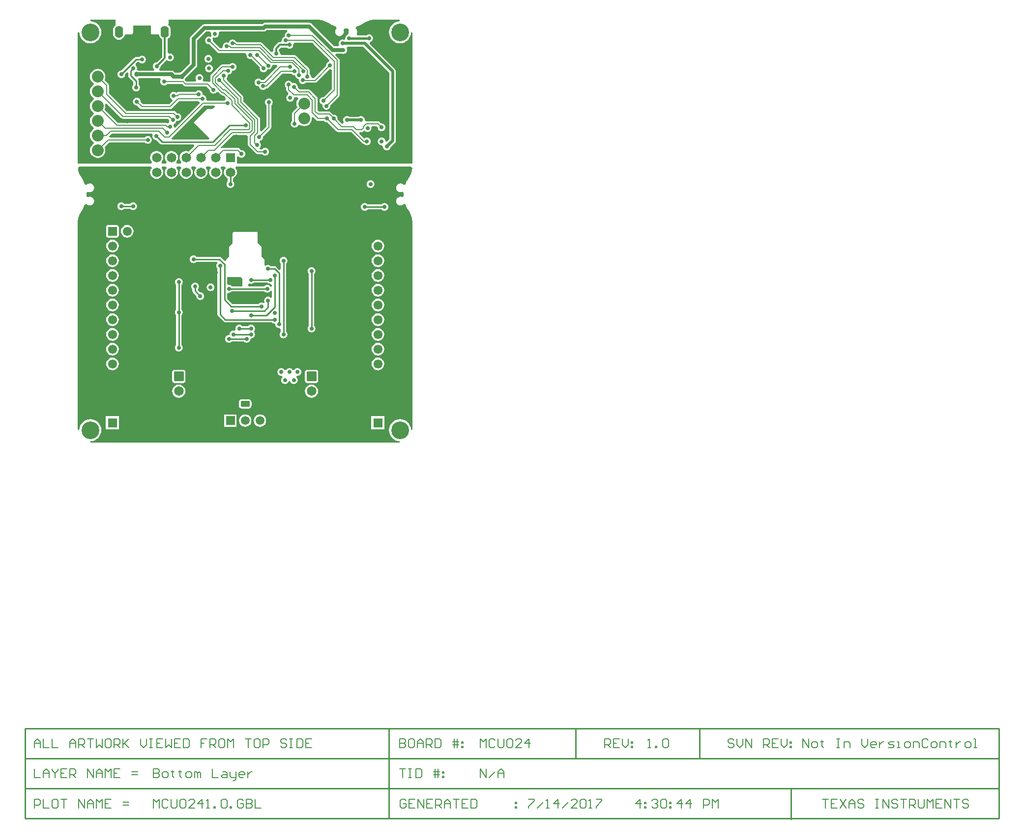
<source format=gbl>
G04 Layer_Physical_Order=4*
G04 Layer_Color=16711680*
%FSAX25Y25*%
%MOIN*%
G70*
G01*
G75*
%ADD47C,0.02500*%
%ADD48C,0.01000*%
%ADD49C,0.00800*%
%ADD50C,0.01200*%
%ADD51C,0.02000*%
%ADD52C,0.01500*%
G04:AMPARAMS|DCode=55|XSize=39.37mil|YSize=62.99mil|CornerRadius=9.84mil|HoleSize=0mil|Usage=FLASHONLY|Rotation=90.000|XOffset=0mil|YOffset=0mil|HoleType=Round|Shape=RoundedRectangle|*
%AMROUNDEDRECTD55*
21,1,0.03937,0.04331,0,0,90.0*
21,1,0.01969,0.06299,0,0,90.0*
1,1,0.01969,0.02165,0.00984*
1,1,0.01969,0.02165,-0.00984*
1,1,0.01969,-0.02165,-0.00984*
1,1,0.01969,-0.02165,0.00984*
%
%ADD55ROUNDEDRECTD55*%
%ADD56O,0.06299X0.03937*%
%ADD57C,0.12000*%
%ADD58C,0.08000*%
G04:AMPARAMS|DCode=59|XSize=64.96mil|YSize=64.96mil|CornerRadius=1.95mil|HoleSize=0mil|Usage=FLASHONLY|Rotation=270.000|XOffset=0mil|YOffset=0mil|HoleType=Round|Shape=RoundedRectangle|*
%AMROUNDEDRECTD59*
21,1,0.06496,0.06106,0,0,270.0*
21,1,0.06106,0.06496,0,0,270.0*
1,1,0.00390,-0.03053,-0.03053*
1,1,0.00390,-0.03053,0.03053*
1,1,0.00390,0.03053,0.03053*
1,1,0.00390,0.03053,-0.03053*
%
%ADD59ROUNDEDRECTD59*%
%ADD60C,0.06496*%
%ADD61C,0.06102*%
G04:AMPARAMS|DCode=62|XSize=61.02mil|YSize=61.02mil|CornerRadius=1.83mil|HoleSize=0mil|Usage=FLASHONLY|Rotation=270.000|XOffset=0mil|YOffset=0mil|HoleType=Round|Shape=RoundedRectangle|*
%AMROUNDEDRECTD62*
21,1,0.06102,0.05736,0,0,270.0*
21,1,0.05736,0.06102,0,0,270.0*
1,1,0.00366,-0.02868,-0.02868*
1,1,0.00366,-0.02868,0.02868*
1,1,0.00366,0.02868,0.02868*
1,1,0.00366,0.02868,-0.02868*
%
%ADD62ROUNDEDRECTD62*%
%ADD63R,0.05906X0.05906*%
%ADD64C,0.05906*%
G04:AMPARAMS|DCode=65|XSize=82.68mil|YSize=55.12mil|CornerRadius=27.56mil|HoleSize=0mil|Usage=FLASHONLY|Rotation=270.000|XOffset=0mil|YOffset=0mil|HoleType=Round|Shape=RoundedRectangle|*
%AMROUNDEDRECTD65*
21,1,0.08268,0.00000,0,0,270.0*
21,1,0.02756,0.05512,0,0,270.0*
1,1,0.05512,0.00000,-0.01378*
1,1,0.05512,0.00000,0.01378*
1,1,0.05512,0.00000,0.01378*
1,1,0.05512,0.00000,-0.01378*
%
%ADD65ROUNDEDRECTD65*%
%ADD66R,0.06496X0.06496*%
%ADD67C,0.02800*%
%ADD68C,0.03200*%
%ADD69C,0.03400*%
%ADD70C,0.01969*%
G36*
X0302555Y0481400D02*
X0302318Y0479782D01*
X0301620Y0477456D01*
X0300592Y0475256D01*
X0299923Y0474242D01*
X0299913Y0474216D01*
X0299893Y0474195D01*
X0299206Y0473064D01*
X0299177Y0472985D01*
X0299127Y0472917D01*
X0298007Y0470521D01*
X0297980Y0470412D01*
X0297927Y0470313D01*
X0297879Y0470150D01*
X0296774Y0469947D01*
X0296697Y0470047D01*
X0296077Y0470523D01*
X0295354Y0470823D01*
X0294578Y0470925D01*
X0293802Y0470823D01*
X0293079Y0470523D01*
X0292459Y0470047D01*
X0291982Y0469426D01*
X0291683Y0468703D01*
X0291581Y0467928D01*
X0291683Y0467152D01*
X0291982Y0466429D01*
X0292459Y0465808D01*
X0293079Y0465332D01*
X0293802Y0465032D01*
X0294578Y0464930D01*
X0295354Y0465032D01*
X0295762Y0465202D01*
X0296176Y0465092D01*
X0296234Y0465052D01*
X0296461Y0464873D01*
X0296719Y0464564D01*
X0296719Y0462236D01*
X0296461Y0461928D01*
X0296235Y0461748D01*
X0296176Y0461708D01*
X0295762Y0461598D01*
X0295354Y0461768D01*
X0294578Y0461870D01*
X0293802Y0461768D01*
X0293079Y0461468D01*
X0292459Y0460992D01*
X0291982Y0460371D01*
X0291683Y0459648D01*
X0291581Y0458872D01*
X0291683Y0458097D01*
X0291982Y0457374D01*
X0292459Y0456753D01*
X0293079Y0456277D01*
X0293802Y0455977D01*
X0294578Y0455875D01*
X0295354Y0455977D01*
X0296077Y0456277D01*
X0296697Y0456753D01*
X0296774Y0456853D01*
X0297879Y0456650D01*
X0297927Y0456488D01*
X0297980Y0456388D01*
X0298007Y0456280D01*
X0299127Y0453883D01*
X0299177Y0453815D01*
X0299205Y0453736D01*
X0299893Y0452605D01*
X0299913Y0452584D01*
X0299923Y0452558D01*
X0300592Y0451544D01*
X0301620Y0449344D01*
X0302318Y0447018D01*
X0302671Y0444614D01*
Y0443400D01*
Y0303605D01*
X0301671Y0303556D01*
X0301542Y0304860D01*
X0301116Y0306265D01*
X0300424Y0307559D01*
X0299493Y0308693D01*
X0298359Y0309624D01*
X0297065Y0310316D01*
X0295660Y0310742D01*
X0294200Y0310886D01*
X0292740Y0310742D01*
X0291335Y0310316D01*
X0290041Y0309624D01*
X0288907Y0308693D01*
X0287976Y0307559D01*
X0287284Y0306265D01*
X0286858Y0304860D01*
X0286714Y0303400D01*
X0286858Y0301940D01*
X0287284Y0300535D01*
X0287976Y0299241D01*
X0288907Y0298107D01*
X0290041Y0297176D01*
X0291335Y0296484D01*
X0292740Y0296058D01*
X0294044Y0295929D01*
X0293995Y0294929D01*
X0084405D01*
X0084356Y0295929D01*
X0085660Y0296058D01*
X0087065Y0296484D01*
X0088359Y0297176D01*
X0089493Y0298107D01*
X0090424Y0299241D01*
X0091116Y0300535D01*
X0091542Y0301940D01*
X0091686Y0303400D01*
X0091542Y0304860D01*
X0091116Y0306265D01*
X0090424Y0307559D01*
X0089493Y0308693D01*
X0088359Y0309624D01*
X0087065Y0310316D01*
X0085660Y0310742D01*
X0084200Y0310886D01*
X0082740Y0310742D01*
X0081335Y0310316D01*
X0080041Y0309624D01*
X0078907Y0308693D01*
X0077976Y0307559D01*
X0077284Y0306265D01*
X0076858Y0304860D01*
X0076729Y0303556D01*
X0075729Y0303605D01*
Y0443400D01*
Y0444614D01*
X0076082Y0447017D01*
X0076780Y0449344D01*
X0077808Y0451544D01*
X0078477Y0452558D01*
X0078487Y0452584D01*
X0078507Y0452605D01*
X0079194Y0453736D01*
X0079223Y0453815D01*
X0079273Y0453883D01*
X0080393Y0456279D01*
X0080420Y0456388D01*
X0080472Y0456487D01*
X0080521Y0456650D01*
X0081626Y0456853D01*
X0081703Y0456753D01*
X0082323Y0456277D01*
X0083046Y0455977D01*
X0083822Y0455875D01*
X0084598Y0455977D01*
X0085321Y0456277D01*
X0085941Y0456753D01*
X0086418Y0457374D01*
X0086717Y0458097D01*
X0086819Y0458872D01*
X0086717Y0459648D01*
X0086418Y0460371D01*
X0085941Y0460992D01*
X0085321Y0461468D01*
X0084598Y0461768D01*
X0083822Y0461870D01*
X0083046Y0461768D01*
X0082638Y0461598D01*
X0082224Y0461708D01*
X0082165Y0461748D01*
X0081939Y0461928D01*
X0081681Y0462236D01*
X0081681Y0464564D01*
X0081939Y0464873D01*
X0082165Y0465052D01*
X0082224Y0465092D01*
X0082638Y0465202D01*
X0083046Y0465032D01*
X0083822Y0464930D01*
X0084598Y0465032D01*
X0085321Y0465332D01*
X0085941Y0465808D01*
X0086418Y0466429D01*
X0086717Y0467152D01*
X0086819Y0467928D01*
X0086717Y0468703D01*
X0086418Y0469426D01*
X0085941Y0470047D01*
X0085321Y0470523D01*
X0084598Y0470823D01*
X0083822Y0470925D01*
X0083046Y0470823D01*
X0082323Y0470523D01*
X0081703Y0470047D01*
X0081626Y0469947D01*
X0080521Y0470150D01*
X0080473Y0470312D01*
X0080420Y0470412D01*
X0080393Y0470520D01*
X0079273Y0472917D01*
X0079224Y0472985D01*
X0079194Y0473064D01*
X0078507Y0474195D01*
X0078487Y0474216D01*
X0078477Y0474242D01*
X0077808Y0475256D01*
X0076780Y0477456D01*
X0076082Y0479782D01*
X0075845Y0481400D01*
X0076677Y0482400D01*
X0125463D01*
X0125719Y0482025D01*
X0125895Y0481400D01*
X0125315Y0480643D01*
X0124866Y0479561D01*
X0124714Y0478400D01*
X0124866Y0477239D01*
X0125315Y0476157D01*
X0126028Y0475228D01*
X0126957Y0474515D01*
X0128039Y0474066D01*
X0129200Y0473914D01*
X0130361Y0474066D01*
X0131443Y0474515D01*
X0132372Y0475228D01*
X0133085Y0476157D01*
X0133534Y0477239D01*
X0133686Y0478400D01*
X0133534Y0479561D01*
X0133085Y0480643D01*
X0132505Y0481400D01*
X0132681Y0482025D01*
X0132937Y0482400D01*
X0135464D01*
X0135719Y0482025D01*
X0135895Y0481400D01*
X0135315Y0480643D01*
X0134866Y0479561D01*
X0134714Y0478400D01*
X0134866Y0477239D01*
X0135315Y0476157D01*
X0136028Y0475228D01*
X0136957Y0474515D01*
X0138039Y0474066D01*
X0139200Y0473914D01*
X0140361Y0474066D01*
X0141443Y0474515D01*
X0142372Y0475228D01*
X0143085Y0476157D01*
X0143534Y0477239D01*
X0143686Y0478400D01*
X0143534Y0479561D01*
X0143085Y0480643D01*
X0142505Y0481400D01*
X0142681Y0482025D01*
X0142937Y0482400D01*
X0145464D01*
X0145719Y0482025D01*
X0145895Y0481400D01*
X0145315Y0480643D01*
X0144867Y0479561D01*
X0144714Y0478400D01*
X0144867Y0477239D01*
X0145315Y0476157D01*
X0146028Y0475228D01*
X0146957Y0474515D01*
X0148039Y0474066D01*
X0149200Y0473914D01*
X0150361Y0474066D01*
X0151443Y0474515D01*
X0152372Y0475228D01*
X0153085Y0476157D01*
X0153533Y0477239D01*
X0153686Y0478400D01*
X0153533Y0479561D01*
X0153085Y0480643D01*
X0152505Y0481400D01*
X0152681Y0482025D01*
X0152936Y0482400D01*
X0155464D01*
X0155719Y0482025D01*
X0155895Y0481400D01*
X0155315Y0480643D01*
X0154867Y0479561D01*
X0154714Y0478400D01*
X0154867Y0477239D01*
X0155315Y0476157D01*
X0156028Y0475228D01*
X0156957Y0474515D01*
X0158039Y0474066D01*
X0159200Y0473914D01*
X0160361Y0474066D01*
X0161443Y0474515D01*
X0162372Y0475228D01*
X0163085Y0476157D01*
X0163533Y0477239D01*
X0163686Y0478400D01*
X0163533Y0479561D01*
X0163085Y0480643D01*
X0162505Y0481400D01*
X0162681Y0482025D01*
X0162936Y0482400D01*
X0165463D01*
X0165719Y0482025D01*
X0165895Y0481400D01*
X0165315Y0480643D01*
X0164866Y0479561D01*
X0164714Y0478400D01*
X0164866Y0477239D01*
X0165315Y0476157D01*
X0166028Y0475228D01*
X0166957Y0474515D01*
X0168039Y0474066D01*
X0169200Y0473914D01*
X0170361Y0474066D01*
X0171443Y0474515D01*
X0172372Y0475228D01*
X0173085Y0476157D01*
X0173533Y0477239D01*
X0173686Y0478400D01*
X0173533Y0479561D01*
X0173085Y0480643D01*
X0172505Y0481400D01*
X0172681Y0482025D01*
X0172936Y0482400D01*
X0175463D01*
X0175719Y0482025D01*
X0175895Y0481400D01*
X0175315Y0480643D01*
X0174866Y0479561D01*
X0174714Y0478400D01*
X0174866Y0477239D01*
X0175315Y0476157D01*
X0176028Y0475228D01*
X0176957Y0474515D01*
X0177467Y0474303D01*
Y0472347D01*
X0177346Y0472254D01*
X0176929Y0471711D01*
X0176667Y0471079D01*
X0176578Y0470400D01*
X0176667Y0469721D01*
X0176929Y0469089D01*
X0177346Y0468546D01*
X0177889Y0468129D01*
X0178521Y0467867D01*
X0179200Y0467778D01*
X0179879Y0467867D01*
X0180511Y0468129D01*
X0181054Y0468546D01*
X0181471Y0469089D01*
X0181733Y0469721D01*
X0181822Y0470400D01*
X0181733Y0471079D01*
X0181471Y0471711D01*
X0181054Y0472254D01*
X0180933Y0472347D01*
Y0474303D01*
X0181443Y0474515D01*
X0182372Y0475228D01*
X0183085Y0476157D01*
X0183534Y0477239D01*
X0183686Y0478400D01*
X0183534Y0479561D01*
X0183085Y0480643D01*
X0182505Y0481400D01*
X0182681Y0482025D01*
X0182937Y0482400D01*
X0301723D01*
X0302555Y0481400D01*
D02*
G37*
G36*
X0246410Y0554493D02*
X0246051Y0553437D01*
X0246021Y0553433D01*
X0245389Y0553171D01*
X0244846Y0552754D01*
X0244429Y0552211D01*
X0244167Y0551579D01*
X0244078Y0550900D01*
X0244114Y0550621D01*
X0235937Y0542444D01*
X0234640D01*
X0233822Y0543400D01*
X0233733Y0544079D01*
X0233471Y0544711D01*
X0233054Y0545254D01*
X0232919Y0545358D01*
Y0547972D01*
X0232795Y0548596D01*
X0232441Y0549125D01*
X0230925Y0550641D01*
X0230446Y0550961D01*
X0223941Y0557466D01*
X0223412Y0557820D01*
X0222787Y0557944D01*
X0213640D01*
X0212822Y0558900D01*
X0212733Y0559579D01*
X0212471Y0560211D01*
X0212054Y0560754D01*
X0212103Y0561707D01*
X0213440Y0563045D01*
X0217351D01*
X0217365Y0563026D01*
X0217909Y0562609D01*
X0218541Y0562347D01*
X0219220Y0562258D01*
X0219898Y0562347D01*
X0220531Y0562609D01*
X0221074Y0563026D01*
X0221491Y0563569D01*
X0221753Y0564202D01*
X0221842Y0564880D01*
X0221791Y0565269D01*
X0222245Y0566002D01*
X0222541Y0566269D01*
X0234634D01*
X0246410Y0554493D01*
D02*
G37*
G36*
X0168645Y0522845D02*
X0167200Y0521400D01*
X0163200D01*
X0154200Y0512400D01*
X0165043Y0501557D01*
X0164660Y0500633D01*
X0139655D01*
X0139240Y0501633D01*
X0161376Y0523769D01*
X0168262D01*
X0168645Y0522845D01*
D02*
G37*
G36*
X0105046Y0515246D02*
X0105576Y0514893D01*
X0106200Y0514769D01*
X0136873D01*
X0137562Y0514022D01*
X0137541Y0513863D01*
X0137630Y0513185D01*
X0137720Y0512968D01*
X0137573Y0512203D01*
X0137304Y0511909D01*
X0136354Y0511553D01*
X0135824Y0511907D01*
X0135200Y0512031D01*
X0110359D01*
X0109920Y0511944D01*
X0108480D01*
X0108041Y0512031D01*
X0102876D01*
X0093856Y0521051D01*
X0094266Y0522043D01*
X0094445Y0523400D01*
X0094288Y0524591D01*
X0094663Y0524906D01*
X0095190Y0525103D01*
X0105046Y0515246D01*
D02*
G37*
G36*
X0217795Y0573839D02*
X0217389Y0573671D01*
X0216846Y0573254D01*
X0216429Y0572711D01*
X0216167Y0572079D01*
X0216078Y0571400D01*
X0216167Y0570721D01*
X0215389Y0570171D01*
X0214846Y0569754D01*
X0214429Y0569211D01*
X0214167Y0568579D01*
X0214078Y0567900D01*
X0214102Y0567716D01*
X0213392Y0566716D01*
X0212680D01*
X0211978Y0566576D01*
X0211383Y0566178D01*
X0208902Y0563698D01*
X0208504Y0563102D01*
X0208365Y0562400D01*
Y0560769D01*
X0208346Y0560754D01*
X0208008Y0560314D01*
X0207794Y0560198D01*
X0206802Y0560105D01*
X0200853Y0566053D01*
X0200324Y0566407D01*
X0199700Y0566531D01*
X0183876D01*
X0183353Y0567054D01*
X0182824Y0567407D01*
X0182820Y0567408D01*
X0182554Y0567754D01*
X0182011Y0568171D01*
X0181379Y0568433D01*
X0180700Y0568522D01*
X0180021Y0568433D01*
X0179389Y0568171D01*
X0178846Y0567754D01*
X0178429Y0567211D01*
X0178167Y0566579D01*
X0177143Y0566464D01*
X0176700Y0566522D01*
X0176021Y0566433D01*
X0175389Y0566171D01*
X0174846Y0565754D01*
X0174429Y0565211D01*
X0174167Y0564579D01*
X0174078Y0563900D01*
X0174126Y0563531D01*
X0173651Y0562775D01*
X0173370Y0562531D01*
X0172376D01*
X0167286Y0567621D01*
X0167322Y0567900D01*
X0167233Y0568579D01*
X0166971Y0569211D01*
X0166901Y0569303D01*
X0166980Y0569438D01*
X0167592Y0570045D01*
X0168021Y0569867D01*
X0168700Y0569778D01*
X0169379Y0569867D01*
X0170011Y0570129D01*
X0170554Y0570546D01*
X0170971Y0571089D01*
X0171233Y0571721D01*
X0171322Y0572400D01*
X0171256Y0572902D01*
X0171459Y0573330D01*
X0171975Y0573902D01*
X0201700D01*
X0202656Y0574092D01*
X0203466Y0574634D01*
X0203672Y0574839D01*
X0217596D01*
X0217795Y0573839D01*
D02*
G37*
G36*
X0294044Y0580871D02*
X0292740Y0580742D01*
X0291335Y0580316D01*
X0290041Y0579624D01*
X0288907Y0578693D01*
X0287976Y0577559D01*
X0287284Y0576265D01*
X0286858Y0574860D01*
X0286714Y0573400D01*
X0286858Y0571940D01*
X0287284Y0570535D01*
X0287976Y0569241D01*
X0288907Y0568107D01*
X0290041Y0567176D01*
X0291335Y0566484D01*
X0292740Y0566058D01*
X0294200Y0565914D01*
X0295660Y0566058D01*
X0297065Y0566484D01*
X0298359Y0567176D01*
X0299493Y0568107D01*
X0300424Y0569241D01*
X0301116Y0570535D01*
X0301542Y0571940D01*
X0301671Y0573244D01*
X0302671Y0573195D01*
Y0484400D01*
X0183648D01*
Y0488964D01*
X0184648Y0489303D01*
X0184846Y0489046D01*
X0185389Y0488629D01*
X0186021Y0488367D01*
X0186700Y0488278D01*
X0187379Y0488367D01*
X0188011Y0488629D01*
X0188554Y0489046D01*
X0188971Y0489589D01*
X0189233Y0490221D01*
X0189322Y0490900D01*
X0189233Y0491579D01*
X0188971Y0492211D01*
X0188554Y0492754D01*
X0188011Y0493171D01*
X0187379Y0493433D01*
X0186700Y0493522D01*
X0186421Y0493486D01*
X0185354Y0494554D01*
X0184824Y0494907D01*
X0184200Y0495031D01*
X0174200D01*
X0173576Y0494907D01*
X0173132Y0494611D01*
X0172494Y0495387D01*
X0180876Y0503769D01*
X0190245D01*
X0191069Y0502900D01*
Y0497400D01*
X0191193Y0496776D01*
X0191546Y0496246D01*
X0196546Y0491247D01*
X0197076Y0490893D01*
X0197700Y0490769D01*
X0200675D01*
X0200846Y0490546D01*
X0201389Y0490129D01*
X0202021Y0489867D01*
X0202700Y0489778D01*
X0203379Y0489867D01*
X0204011Y0490129D01*
X0204554Y0490546D01*
X0204971Y0491089D01*
X0205233Y0491721D01*
X0205322Y0492400D01*
X0205233Y0493079D01*
X0204971Y0493711D01*
X0204554Y0494254D01*
X0204011Y0494671D01*
X0203379Y0494933D01*
X0202700Y0495022D01*
X0202021Y0494933D01*
X0201389Y0494671D01*
X0200846Y0494254D01*
X0200675Y0494031D01*
X0199375D01*
X0199036Y0495031D01*
X0199054Y0495046D01*
X0199471Y0495589D01*
X0199733Y0496221D01*
X0199822Y0496900D01*
X0199733Y0497579D01*
X0199471Y0498211D01*
X0199054Y0498754D01*
X0198986Y0498807D01*
X0199266Y0499852D01*
X0199379Y0499867D01*
X0200011Y0500129D01*
X0200554Y0500546D01*
X0200971Y0501089D01*
X0201233Y0501721D01*
X0201322Y0502400D01*
X0201286Y0502679D01*
X0206353Y0507747D01*
X0206707Y0508276D01*
X0206831Y0508900D01*
Y0523875D01*
X0207054Y0524046D01*
X0207471Y0524589D01*
X0207733Y0525221D01*
X0207822Y0525900D01*
X0207733Y0526579D01*
X0207471Y0527211D01*
X0207054Y0527754D01*
X0206511Y0528171D01*
X0205879Y0528433D01*
X0205200Y0528522D01*
X0204521Y0528433D01*
X0203889Y0528171D01*
X0203346Y0527754D01*
X0202929Y0527211D01*
X0202667Y0526579D01*
X0202578Y0525900D01*
X0202667Y0525221D01*
X0202929Y0524589D01*
X0203346Y0524046D01*
X0203569Y0523875D01*
Y0509576D01*
X0200331Y0506338D01*
X0199331Y0506753D01*
Y0514400D01*
X0199207Y0515024D01*
X0198854Y0515554D01*
X0187831Y0526576D01*
Y0529400D01*
X0187707Y0530024D01*
X0187354Y0530553D01*
X0176850Y0541057D01*
X0176554Y0542046D01*
X0176971Y0542589D01*
X0177233Y0543221D01*
X0177322Y0543900D01*
X0177667Y0544700D01*
X0178157Y0544838D01*
X0178379Y0544867D01*
X0179011Y0545129D01*
X0179554Y0545546D01*
X0179971Y0546089D01*
X0180233Y0546721D01*
X0180313Y0547329D01*
X0180700Y0547278D01*
X0181379Y0547367D01*
X0182011Y0547629D01*
X0182554Y0548046D01*
X0182971Y0548589D01*
X0183233Y0549221D01*
X0183322Y0549900D01*
X0183233Y0550579D01*
X0182971Y0551211D01*
X0182554Y0551754D01*
X0182011Y0552171D01*
X0181379Y0552433D01*
X0180700Y0552522D01*
X0180021Y0552433D01*
X0179389Y0552171D01*
X0178846Y0551754D01*
X0178742Y0551619D01*
X0173787D01*
X0173163Y0551495D01*
X0172634Y0551141D01*
X0166047Y0544554D01*
X0165693Y0544024D01*
X0165569Y0543400D01*
Y0540253D01*
X0165384Y0540072D01*
X0164569Y0539744D01*
X0164324Y0539907D01*
X0163700Y0540031D01*
X0160920D01*
X0160427Y0541031D01*
X0160471Y0541089D01*
X0160733Y0541721D01*
X0160822Y0542400D01*
X0160733Y0543079D01*
X0160471Y0543711D01*
X0160054Y0544254D01*
X0159511Y0544671D01*
X0158879Y0544933D01*
X0158200Y0545022D01*
X0157521Y0544933D01*
X0156889Y0544671D01*
X0156346Y0544254D01*
X0155929Y0543711D01*
X0155667Y0543079D01*
X0155578Y0542400D01*
X0155667Y0541721D01*
X0155929Y0541089D01*
X0155973Y0541031D01*
X0155480Y0540031D01*
X0149376D01*
X0148872Y0540535D01*
X0148399Y0541159D01*
X0148733Y0541937D01*
X0149025Y0542643D01*
X0149033Y0542700D01*
X0155966Y0549634D01*
X0156508Y0550444D01*
X0156698Y0551400D01*
Y0567865D01*
X0162735Y0573902D01*
X0165426D01*
X0165941Y0573330D01*
X0166144Y0572902D01*
X0166078Y0572400D01*
X0166167Y0571721D01*
X0166429Y0571089D01*
X0166499Y0570997D01*
X0166420Y0570862D01*
X0165808Y0570255D01*
X0165379Y0570433D01*
X0164700Y0570522D01*
X0164021Y0570433D01*
X0163389Y0570171D01*
X0162846Y0569754D01*
X0162429Y0569211D01*
X0162167Y0568579D01*
X0162078Y0567900D01*
X0162167Y0567221D01*
X0162429Y0566589D01*
X0162846Y0566046D01*
X0163389Y0565629D01*
X0164021Y0565367D01*
X0164700Y0565278D01*
X0164979Y0565314D01*
X0170546Y0559747D01*
X0171076Y0559393D01*
X0171700Y0559269D01*
X0189370D01*
X0189651Y0559025D01*
X0190126Y0558269D01*
X0190078Y0557900D01*
X0190167Y0557221D01*
X0190429Y0556589D01*
X0190846Y0556046D01*
X0191389Y0555629D01*
X0192021Y0555367D01*
X0192700Y0555278D01*
X0193379Y0555367D01*
X0193412Y0555381D01*
X0199181Y0549612D01*
X0199167Y0549579D01*
X0199078Y0548900D01*
X0199167Y0548221D01*
X0199429Y0547589D01*
X0199846Y0547046D01*
X0200389Y0546629D01*
X0201021Y0546367D01*
X0201700Y0546278D01*
X0202379Y0546367D01*
X0203011Y0546629D01*
X0203554Y0547046D01*
X0203971Y0547589D01*
X0204233Y0548221D01*
X0204240Y0548272D01*
X0204861Y0548190D01*
X0205539Y0548279D01*
X0206172Y0548541D01*
X0206715Y0548958D01*
X0207132Y0549501D01*
X0207394Y0550134D01*
X0207483Y0550813D01*
X0207883Y0551269D01*
X0210688D01*
X0211102Y0550269D01*
X0201953Y0541119D01*
X0200158D01*
X0200054Y0541254D01*
X0199511Y0541671D01*
X0198879Y0541933D01*
X0198200Y0542022D01*
X0197521Y0541933D01*
X0196889Y0541671D01*
X0196346Y0541254D01*
X0195929Y0540711D01*
X0195667Y0540079D01*
X0195578Y0539400D01*
X0195667Y0538721D01*
X0195929Y0538089D01*
X0196346Y0537546D01*
X0196889Y0537129D01*
X0197521Y0536867D01*
X0198200Y0536778D01*
X0198587Y0536829D01*
X0198667Y0536221D01*
X0198929Y0535589D01*
X0199346Y0535046D01*
X0199889Y0534629D01*
X0200521Y0534367D01*
X0201200Y0534278D01*
X0201879Y0534367D01*
X0202511Y0534629D01*
X0203054Y0535046D01*
X0203225Y0535269D01*
X0203700D01*
X0204324Y0535393D01*
X0204854Y0535746D01*
X0214376Y0545269D01*
X0220674D01*
X0220846Y0545046D01*
X0221389Y0544629D01*
X0222021Y0544367D01*
X0222700Y0544278D01*
X0223087Y0544328D01*
X0223167Y0543721D01*
X0223429Y0543089D01*
X0223846Y0542546D01*
X0224389Y0542129D01*
X0224750Y0541979D01*
X0225667Y0541579D01*
X0225578Y0540900D01*
X0225667Y0540221D01*
X0225929Y0539589D01*
X0226346Y0539046D01*
X0226889Y0538629D01*
X0227521Y0538367D01*
X0228200Y0538278D01*
X0228879Y0538367D01*
X0229511Y0538629D01*
X0230054Y0539046D01*
X0230158Y0539181D01*
X0236613D01*
X0237237Y0539305D01*
X0237766Y0539659D01*
X0246421Y0548314D01*
X0246700Y0548278D01*
X0247069Y0548326D01*
X0247826Y0547851D01*
X0248069Y0547570D01*
Y0535076D01*
X0242479Y0529486D01*
X0242200Y0529522D01*
X0241521Y0529433D01*
X0240889Y0529171D01*
X0240346Y0528754D01*
X0239929Y0528211D01*
X0239667Y0527579D01*
X0239578Y0526900D01*
X0239667Y0526221D01*
X0239929Y0525589D01*
X0240346Y0525046D01*
X0240889Y0524629D01*
X0241521Y0524367D01*
X0241614Y0523437D01*
X0241704Y0522758D01*
X0241966Y0522125D01*
X0242382Y0521582D01*
X0242925Y0521166D01*
X0243558Y0520904D01*
X0244237Y0520814D01*
X0244915Y0520904D01*
X0245548Y0521166D01*
X0246091Y0521582D01*
X0246508Y0522125D01*
X0246770Y0522758D01*
X0246859Y0523437D01*
X0246822Y0523715D01*
X0252716Y0529609D01*
X0253069Y0530138D01*
X0253194Y0530762D01*
Y0554538D01*
X0253069Y0555162D01*
X0252716Y0555691D01*
X0250429Y0557978D01*
X0250812Y0558902D01*
X0254937D01*
X0255021Y0558867D01*
X0255700Y0558778D01*
X0256379Y0558867D01*
X0257011Y0559129D01*
X0257554Y0559546D01*
X0257971Y0560089D01*
X0258233Y0560721D01*
X0258322Y0561400D01*
X0258233Y0562079D01*
X0257971Y0562711D01*
X0258506Y0563657D01*
X0269271D01*
X0286957Y0545971D01*
Y0500829D01*
X0285301Y0499173D01*
X0284798Y0499290D01*
X0284298Y0499585D01*
X0284233Y0500079D01*
X0283971Y0500711D01*
X0283554Y0501254D01*
X0283011Y0501671D01*
X0282379Y0501933D01*
X0281700Y0502022D01*
X0281021Y0501933D01*
X0280389Y0501671D01*
X0279846Y0501254D01*
X0279429Y0500711D01*
X0279167Y0500079D01*
X0279078Y0499400D01*
X0279167Y0498721D01*
X0279429Y0498089D01*
X0279846Y0497546D01*
X0280389Y0497129D01*
X0281021Y0496867D01*
X0281700Y0496778D01*
X0281716Y0496780D01*
X0282580Y0495916D01*
X0282578Y0495900D01*
X0282667Y0495221D01*
X0282929Y0494589D01*
X0283346Y0494046D01*
X0283889Y0493629D01*
X0284521Y0493367D01*
X0285200Y0493278D01*
X0285879Y0493367D01*
X0286511Y0493629D01*
X0287054Y0494046D01*
X0287471Y0494589D01*
X0287733Y0495221D01*
X0287739Y0495267D01*
X0290786Y0498314D01*
X0291272Y0499042D01*
X0291443Y0499900D01*
Y0546900D01*
X0291272Y0547758D01*
X0290786Y0548486D01*
X0273468Y0565804D01*
X0273826Y0566860D01*
X0273879Y0566867D01*
X0274511Y0567129D01*
X0275054Y0567546D01*
X0275471Y0568089D01*
X0275733Y0568721D01*
X0275822Y0569400D01*
X0275733Y0570079D01*
X0275471Y0570711D01*
X0275054Y0571254D01*
X0274511Y0571671D01*
X0273879Y0571933D01*
X0273200Y0572022D01*
X0272521Y0571933D01*
X0271889Y0571671D01*
X0271520Y0571388D01*
X0265400D01*
X0265023Y0571971D01*
X0264868Y0572388D01*
X0265123Y0573002D01*
X0265225Y0573778D01*
X0265123Y0574554D01*
X0264823Y0575277D01*
X0264347Y0575897D01*
X0264247Y0575974D01*
X0264450Y0577079D01*
X0264612Y0577127D01*
X0264712Y0577180D01*
X0264821Y0577207D01*
X0267217Y0578327D01*
X0267285Y0578376D01*
X0267364Y0578406D01*
X0268495Y0579093D01*
X0268515Y0579112D01*
X0268542Y0579123D01*
X0269556Y0579792D01*
X0271756Y0580820D01*
X0274082Y0581518D01*
X0276486Y0581871D01*
X0293995D01*
X0294044Y0580871D01*
D02*
G37*
G36*
X0241318Y0581518D02*
X0243644Y0580820D01*
X0245844Y0579792D01*
X0246858Y0579123D01*
X0246884Y0579112D01*
X0246905Y0579093D01*
X0248036Y0578406D01*
X0248115Y0578377D01*
X0248183Y0578327D01*
X0250579Y0577207D01*
X0250688Y0577180D01*
X0250787Y0577128D01*
X0250950Y0577079D01*
X0251153Y0575974D01*
X0251053Y0575897D01*
X0250577Y0575277D01*
X0250277Y0574554D01*
X0250175Y0573778D01*
X0250277Y0573002D01*
X0250577Y0572279D01*
X0251053Y0571659D01*
X0251674Y0571182D01*
X0252397Y0570883D01*
X0253172Y0570781D01*
X0253948Y0570883D01*
X0254671Y0571182D01*
X0255292Y0571659D01*
X0255768Y0572279D01*
X0256068Y0573002D01*
X0256170Y0573778D01*
X0256068Y0574554D01*
X0255898Y0574962D01*
X0256008Y0575376D01*
X0256048Y0575434D01*
X0256227Y0575661D01*
X0256536Y0575919D01*
X0258864Y0575919D01*
X0259173Y0575661D01*
X0259352Y0575435D01*
X0259392Y0575376D01*
X0259502Y0574962D01*
X0259332Y0574554D01*
X0259230Y0573778D01*
X0259332Y0573002D01*
X0259340Y0572984D01*
X0259209Y0572553D01*
X0258774Y0571831D01*
X0258389Y0571671D01*
X0257846Y0571254D01*
X0257429Y0570711D01*
X0257167Y0570079D01*
X0257078Y0569400D01*
X0257111Y0569143D01*
X0256762Y0568523D01*
X0256743Y0568508D01*
X0256271Y0568270D01*
X0255879Y0568433D01*
X0255200Y0568522D01*
X0254521Y0568433D01*
X0253889Y0568171D01*
X0253346Y0567754D01*
X0252929Y0567211D01*
X0252667Y0566579D01*
X0252578Y0565900D01*
X0252667Y0565221D01*
X0252801Y0564898D01*
X0252411Y0564099D01*
X0252199Y0563898D01*
X0249735D01*
X0234529Y0579104D01*
X0233718Y0579645D01*
X0232763Y0579835D01*
X0202637D01*
X0201681Y0579645D01*
X0200871Y0579104D01*
X0200665Y0578898D01*
X0161700D01*
X0160744Y0578708D01*
X0159934Y0578166D01*
X0152434Y0570666D01*
X0151892Y0569856D01*
X0151702Y0568900D01*
Y0552435D01*
X0145500Y0546233D01*
X0145443Y0546225D01*
X0144738Y0545933D01*
X0144692Y0545898D01*
X0141735D01*
X0140966Y0546666D01*
X0140156Y0547208D01*
X0139200Y0547398D01*
X0131201D01*
X0130862Y0548398D01*
X0131054Y0548546D01*
X0131471Y0549089D01*
X0131733Y0549721D01*
X0131822Y0550400D01*
X0131819Y0550424D01*
X0135457Y0554061D01*
X0136279Y0554509D01*
X0136889Y0554129D01*
X0137521Y0553867D01*
X0138200Y0553778D01*
X0138879Y0553867D01*
X0139511Y0554129D01*
X0140054Y0554546D01*
X0140471Y0555089D01*
X0140733Y0555721D01*
X0140822Y0556400D01*
X0140733Y0557079D01*
X0140471Y0557711D01*
X0140054Y0558254D01*
X0139511Y0558671D01*
X0138879Y0558933D01*
X0138200Y0559022D01*
X0137586Y0558942D01*
X0137502Y0558948D01*
X0136586Y0559628D01*
Y0568792D01*
X0136746Y0568858D01*
X0137573Y0569492D01*
X0138207Y0570318D01*
X0138605Y0571281D01*
X0138741Y0572313D01*
Y0575069D01*
X0138605Y0576102D01*
X0138207Y0577064D01*
X0137573Y0577891D01*
X0136861Y0578437D01*
X0137113Y0578815D01*
X0137229Y0579400D01*
Y0581871D01*
X0238914D01*
X0241318Y0581518D01*
D02*
G37*
G36*
X0101171Y0579400D02*
X0101287Y0578815D01*
X0101540Y0578437D01*
X0100827Y0577891D01*
X0100193Y0577064D01*
X0099795Y0576102D01*
X0099659Y0575069D01*
Y0572313D01*
X0099795Y0571281D01*
X0100193Y0570318D01*
X0100827Y0569492D01*
X0101654Y0568858D01*
X0102616Y0568459D01*
X0103649Y0568323D01*
X0104682Y0568459D01*
X0105644Y0568858D01*
X0106470Y0569492D01*
X0107104Y0570318D01*
X0107503Y0571281D01*
X0107537Y0571539D01*
X0108000Y0571871D01*
X0111700D01*
X0112285Y0571987D01*
X0112781Y0572319D01*
X0113113Y0572815D01*
X0113229Y0573400D01*
Y0577871D01*
X0125171D01*
Y0573400D01*
X0125287Y0572815D01*
X0125619Y0572319D01*
X0126115Y0571987D01*
X0126700Y0571871D01*
X0130400D01*
X0130863Y0571539D01*
X0130897Y0571281D01*
X0131296Y0570318D01*
X0131930Y0569492D01*
X0132756Y0568858D01*
X0132916Y0568792D01*
Y0556711D01*
X0129224Y0553019D01*
X0129200Y0553022D01*
X0128521Y0552933D01*
X0127889Y0552671D01*
X0127346Y0552254D01*
X0126929Y0551711D01*
X0126667Y0551079D01*
X0126578Y0550400D01*
X0126667Y0549721D01*
X0126929Y0549089D01*
X0127346Y0548546D01*
X0127538Y0548398D01*
X0127199Y0547398D01*
X0117208D01*
X0117163Y0547433D01*
X0116457Y0547725D01*
X0115743Y0548214D01*
X0115803Y0548754D01*
X0115822Y0548900D01*
X0115733Y0549579D01*
X0115471Y0550211D01*
X0115054Y0550754D01*
X0114978Y0550813D01*
X0114801Y0552050D01*
X0115918Y0553167D01*
X0117253D01*
X0117346Y0553046D01*
X0117889Y0552629D01*
X0118521Y0552367D01*
X0119200Y0552278D01*
X0119879Y0552367D01*
X0120511Y0552629D01*
X0121054Y0553046D01*
X0121471Y0553589D01*
X0121733Y0554221D01*
X0121822Y0554900D01*
X0121733Y0555579D01*
X0121471Y0556211D01*
X0121054Y0556754D01*
X0120511Y0557171D01*
X0119879Y0557433D01*
X0119200Y0557522D01*
X0118521Y0557433D01*
X0117889Y0557171D01*
X0117346Y0556754D01*
X0117253Y0556633D01*
X0115200D01*
X0115200Y0556633D01*
X0114537Y0556501D01*
X0113974Y0556126D01*
X0105351Y0547503D01*
X0105200Y0547522D01*
X0104521Y0547433D01*
X0103889Y0547171D01*
X0103346Y0546754D01*
X0102929Y0546211D01*
X0102667Y0545579D01*
X0102578Y0544900D01*
X0102667Y0544221D01*
X0102929Y0543589D01*
X0103346Y0543046D01*
X0103889Y0542629D01*
X0104521Y0542367D01*
X0105200Y0542278D01*
X0105879Y0542367D01*
X0106511Y0542629D01*
X0107054Y0543046D01*
X0107471Y0543589D01*
X0107733Y0544221D01*
X0107822Y0544900D01*
X0107802Y0545051D01*
X0109043Y0546292D01*
X0109967Y0545909D01*
Y0543900D01*
X0110099Y0543237D01*
X0110474Y0542674D01*
X0113467Y0539682D01*
Y0537847D01*
X0113346Y0537754D01*
X0112929Y0537211D01*
X0112667Y0536579D01*
X0112578Y0535900D01*
X0112667Y0535221D01*
X0112929Y0534589D01*
X0113346Y0534046D01*
X0113889Y0533629D01*
X0114521Y0533367D01*
X0115200Y0533278D01*
X0115879Y0533367D01*
X0116511Y0533629D01*
X0117054Y0534046D01*
X0117471Y0534589D01*
X0117733Y0535221D01*
X0117822Y0535900D01*
X0117733Y0536579D01*
X0117471Y0537211D01*
X0117054Y0537754D01*
X0116933Y0537847D01*
Y0540400D01*
X0116801Y0541063D01*
X0116743Y0541151D01*
X0117034Y0542261D01*
X0117117Y0542348D01*
X0117163Y0542367D01*
X0117208Y0542402D01*
X0131620D01*
X0132075Y0541402D01*
X0131929Y0541211D01*
X0131667Y0540579D01*
X0131578Y0539900D01*
X0131667Y0539221D01*
X0131929Y0538589D01*
X0132346Y0538046D01*
X0132889Y0537629D01*
X0133521Y0537367D01*
X0134200Y0537278D01*
X0134879Y0537367D01*
X0135511Y0537629D01*
X0136054Y0538046D01*
X0136225Y0538269D01*
X0146524D01*
X0147547Y0537247D01*
X0148076Y0536893D01*
X0148700Y0536769D01*
X0163024D01*
X0165114Y0534679D01*
X0165078Y0534400D01*
X0165167Y0533721D01*
X0165429Y0533089D01*
X0165846Y0532546D01*
X0166389Y0532129D01*
X0167021Y0531867D01*
X0167700Y0531778D01*
X0168379Y0531867D01*
X0169011Y0532129D01*
X0169554Y0532546D01*
X0169675Y0532703D01*
X0170880Y0532913D01*
X0172547Y0531247D01*
X0173076Y0530893D01*
X0173700Y0530769D01*
X0174024D01*
X0175995Y0528798D01*
X0175901Y0527806D01*
X0175786Y0527592D01*
X0175346Y0527254D01*
X0175174Y0527031D01*
X0163530D01*
X0163249Y0527275D01*
X0162774Y0528031D01*
X0162822Y0528400D01*
X0162733Y0529079D01*
X0162471Y0529711D01*
X0162054Y0530254D01*
X0161511Y0530671D01*
X0160879Y0530933D01*
X0160272Y0531013D01*
X0160322Y0531400D01*
X0160233Y0532079D01*
X0159971Y0532711D01*
X0159554Y0533254D01*
X0159011Y0533671D01*
X0158379Y0533933D01*
X0157700Y0534022D01*
X0157021Y0533933D01*
X0156389Y0533671D01*
X0155846Y0533254D01*
X0155675Y0533031D01*
X0144200D01*
X0143576Y0532907D01*
X0143046Y0532553D01*
X0142735Y0532242D01*
X0142554Y0532254D01*
X0142011Y0532671D01*
X0141379Y0532933D01*
X0140700Y0533022D01*
X0140021Y0532933D01*
X0139389Y0532671D01*
X0138846Y0532254D01*
X0138429Y0531711D01*
X0138167Y0531079D01*
X0138078Y0530400D01*
X0138167Y0529721D01*
X0138429Y0529089D01*
X0138846Y0528546D01*
X0139389Y0528129D01*
X0139614Y0528035D01*
X0139902Y0527058D01*
X0139877Y0526884D01*
X0137524Y0524531D01*
X0119876D01*
X0118286Y0526121D01*
X0118322Y0526400D01*
X0118233Y0527079D01*
X0117971Y0527711D01*
X0117554Y0528254D01*
X0117011Y0528671D01*
X0116379Y0528933D01*
X0115700Y0529022D01*
X0115021Y0528933D01*
X0114389Y0528671D01*
X0113846Y0528254D01*
X0113429Y0527711D01*
X0113167Y0527079D01*
X0113078Y0526400D01*
X0113167Y0525721D01*
X0113429Y0525089D01*
X0113846Y0524546D01*
X0114389Y0524129D01*
X0115021Y0523867D01*
X0115700Y0523778D01*
X0115979Y0523814D01*
X0118046Y0521746D01*
X0118576Y0521393D01*
X0119200Y0521269D01*
X0138200D01*
X0138824Y0521393D01*
X0139354Y0521746D01*
X0144376Y0526769D01*
X0157434D01*
X0158330Y0525833D01*
X0158318Y0525325D01*
X0141746Y0508753D01*
X0140799Y0509220D01*
X0140822Y0509400D01*
X0140733Y0510079D01*
X0140643Y0510295D01*
X0140790Y0511060D01*
X0141157Y0511460D01*
X0141475Y0511592D01*
X0142018Y0512009D01*
X0142434Y0512552D01*
X0142696Y0513185D01*
X0142717Y0513341D01*
X0143200Y0513278D01*
X0143879Y0513367D01*
X0144511Y0513629D01*
X0145054Y0514046D01*
X0145471Y0514589D01*
X0145733Y0515221D01*
X0145822Y0515900D01*
X0145733Y0516579D01*
X0145471Y0517211D01*
X0145054Y0517754D01*
X0144511Y0518171D01*
X0143879Y0518433D01*
X0143200Y0518522D01*
X0142921Y0518486D01*
X0141853Y0519554D01*
X0141324Y0519907D01*
X0140700Y0520031D01*
X0108876D01*
X0096831Y0532076D01*
Y0537400D01*
X0096707Y0538024D01*
X0096354Y0538553D01*
X0093856Y0541051D01*
X0094266Y0542042D01*
X0094445Y0543400D01*
X0094266Y0544758D01*
X0093742Y0546022D01*
X0092909Y0547109D01*
X0091822Y0547942D01*
X0090557Y0548466D01*
X0089200Y0548645D01*
X0087843Y0548466D01*
X0086578Y0547942D01*
X0085491Y0547109D01*
X0084658Y0546022D01*
X0084134Y0544758D01*
X0083955Y0543400D01*
X0084134Y0542042D01*
X0084658Y0540778D01*
X0085491Y0539691D01*
X0086436Y0538966D01*
X0086514Y0538400D01*
X0086436Y0537834D01*
X0085491Y0537109D01*
X0084658Y0536022D01*
X0084134Y0534758D01*
X0083955Y0533400D01*
X0084134Y0532043D01*
X0084658Y0530778D01*
X0085491Y0529691D01*
X0086436Y0528966D01*
X0086514Y0528400D01*
X0086436Y0527834D01*
X0085491Y0527109D01*
X0084658Y0526022D01*
X0084134Y0524757D01*
X0083955Y0523400D01*
X0084134Y0522043D01*
X0084658Y0520778D01*
X0085491Y0519691D01*
X0086436Y0518966D01*
X0086514Y0518400D01*
X0086436Y0517834D01*
X0085491Y0517109D01*
X0084658Y0516022D01*
X0084134Y0514757D01*
X0083955Y0513400D01*
X0084134Y0512043D01*
X0084658Y0510778D01*
X0085491Y0509691D01*
X0086436Y0508966D01*
X0086514Y0508400D01*
X0086436Y0507834D01*
X0085491Y0507109D01*
X0084658Y0506022D01*
X0084134Y0504757D01*
X0083955Y0503400D01*
X0084134Y0502042D01*
X0084658Y0500778D01*
X0085491Y0499691D01*
X0086436Y0498966D01*
X0086514Y0498400D01*
X0086436Y0497834D01*
X0085491Y0497109D01*
X0084658Y0496022D01*
X0084134Y0494758D01*
X0083955Y0493400D01*
X0084134Y0492042D01*
X0084658Y0490778D01*
X0085491Y0489691D01*
X0086578Y0488858D01*
X0087843Y0488334D01*
X0089200Y0488155D01*
X0090557Y0488334D01*
X0091822Y0488858D01*
X0092909Y0489691D01*
X0093742Y0490778D01*
X0094266Y0492042D01*
X0094445Y0493400D01*
X0094266Y0494758D01*
X0093856Y0495749D01*
X0096876Y0498769D01*
X0121175D01*
X0121346Y0498546D01*
X0121889Y0498129D01*
X0122521Y0497867D01*
X0123200Y0497778D01*
X0123879Y0497867D01*
X0124511Y0498129D01*
X0125054Y0498546D01*
X0125471Y0499089D01*
X0125733Y0499721D01*
X0125822Y0500400D01*
X0125733Y0501079D01*
X0125471Y0501711D01*
X0125054Y0502254D01*
X0124511Y0502671D01*
X0123879Y0502933D01*
X0123200Y0503022D01*
X0122521Y0502933D01*
X0121889Y0502671D01*
X0121346Y0502254D01*
X0121175Y0502031D01*
X0097353D01*
X0096938Y0503031D01*
X0098676Y0504769D01*
X0125872D01*
X0125967Y0504703D01*
X0126496Y0503769D01*
X0126417Y0503579D01*
X0126328Y0502900D01*
X0126417Y0502221D01*
X0126679Y0501589D01*
X0127096Y0501046D01*
X0127639Y0500629D01*
X0128271Y0500367D01*
X0128950Y0500278D01*
X0129101Y0500297D01*
X0131724Y0497674D01*
X0132287Y0497299D01*
X0132950Y0497167D01*
X0154353D01*
X0154736Y0496243D01*
X0150973Y0492480D01*
X0150361Y0492733D01*
X0149200Y0492886D01*
X0148039Y0492733D01*
X0146957Y0492285D01*
X0146028Y0491572D01*
X0145315Y0490643D01*
X0144867Y0489561D01*
X0144714Y0488400D01*
X0144867Y0487239D01*
X0145315Y0486157D01*
X0145895Y0485400D01*
X0145719Y0484775D01*
X0145464Y0484400D01*
X0142937D01*
X0142681Y0484775D01*
X0142505Y0485400D01*
X0143085Y0486157D01*
X0143534Y0487239D01*
X0143686Y0488400D01*
X0143534Y0489561D01*
X0143085Y0490643D01*
X0142372Y0491572D01*
X0141443Y0492285D01*
X0140361Y0492733D01*
X0139200Y0492886D01*
X0138039Y0492733D01*
X0136957Y0492285D01*
X0136028Y0491572D01*
X0135315Y0490643D01*
X0134866Y0489561D01*
X0134714Y0488400D01*
X0134866Y0487239D01*
X0135315Y0486157D01*
X0135895Y0485400D01*
X0135719Y0484775D01*
X0135464Y0484400D01*
X0132937D01*
X0132681Y0484775D01*
X0132505Y0485400D01*
X0133085Y0486157D01*
X0133534Y0487239D01*
X0133686Y0488400D01*
X0133534Y0489561D01*
X0133085Y0490643D01*
X0132372Y0491572D01*
X0131443Y0492285D01*
X0130361Y0492733D01*
X0129200Y0492886D01*
X0128039Y0492733D01*
X0126957Y0492285D01*
X0126028Y0491572D01*
X0125315Y0490643D01*
X0124866Y0489561D01*
X0124714Y0488400D01*
X0124866Y0487239D01*
X0125315Y0486157D01*
X0125895Y0485400D01*
X0125719Y0484775D01*
X0125463Y0484400D01*
X0075729D01*
Y0573195D01*
X0076729Y0573244D01*
X0076858Y0571940D01*
X0077284Y0570535D01*
X0077976Y0569241D01*
X0078907Y0568107D01*
X0080041Y0567176D01*
X0081335Y0566484D01*
X0082740Y0566058D01*
X0084200Y0565914D01*
X0085660Y0566058D01*
X0087065Y0566484D01*
X0088359Y0567176D01*
X0089493Y0568107D01*
X0090424Y0569241D01*
X0091116Y0570535D01*
X0091542Y0571940D01*
X0091686Y0573400D01*
X0091542Y0574860D01*
X0091116Y0576265D01*
X0090424Y0577559D01*
X0089493Y0578693D01*
X0088359Y0579624D01*
X0087065Y0580316D01*
X0085660Y0580742D01*
X0084356Y0580871D01*
X0084405Y0581871D01*
X0101171D01*
Y0579400D01*
D02*
G37*
%LPC*%
G36*
X0279200Y0372688D02*
X0278090Y0372542D01*
X0277056Y0372113D01*
X0276168Y0371432D01*
X0275487Y0370544D01*
X0275058Y0369510D01*
X0274912Y0368400D01*
X0275058Y0367290D01*
X0275487Y0366256D01*
X0276168Y0365368D01*
X0277056Y0364687D01*
X0278090Y0364258D01*
X0279200Y0364112D01*
X0280310Y0364258D01*
X0281344Y0364687D01*
X0282232Y0365368D01*
X0282913Y0366256D01*
X0283342Y0367290D01*
X0283488Y0368400D01*
X0283342Y0369510D01*
X0282913Y0370544D01*
X0282232Y0371432D01*
X0281344Y0372113D01*
X0280310Y0372542D01*
X0279200Y0372688D01*
D02*
G37*
G36*
X0234200Y0414022D02*
X0233521Y0413933D01*
X0232889Y0413671D01*
X0232346Y0413254D01*
X0231929Y0412711D01*
X0231667Y0412079D01*
X0231578Y0411400D01*
X0231667Y0410721D01*
X0231929Y0410089D01*
X0232346Y0409546D01*
X0232467Y0409453D01*
Y0374347D01*
X0232346Y0374254D01*
X0231929Y0373711D01*
X0231667Y0373079D01*
X0231578Y0372400D01*
X0231667Y0371721D01*
X0231929Y0371089D01*
X0232346Y0370546D01*
X0232889Y0370129D01*
X0233521Y0369867D01*
X0234200Y0369778D01*
X0234879Y0369867D01*
X0235511Y0370129D01*
X0236054Y0370546D01*
X0236471Y0371089D01*
X0236733Y0371721D01*
X0236822Y0372400D01*
X0236733Y0373079D01*
X0236471Y0373711D01*
X0236054Y0374254D01*
X0235933Y0374347D01*
Y0409453D01*
X0236054Y0409546D01*
X0236471Y0410089D01*
X0236733Y0410721D01*
X0236822Y0411400D01*
X0236733Y0412079D01*
X0236471Y0412711D01*
X0236054Y0413254D01*
X0235511Y0413671D01*
X0234879Y0413933D01*
X0234200Y0414022D01*
D02*
G37*
G36*
X0279200Y0362688D02*
X0278090Y0362542D01*
X0277056Y0362113D01*
X0276168Y0361432D01*
X0275487Y0360544D01*
X0275058Y0359510D01*
X0274912Y0358400D01*
X0275058Y0357290D01*
X0275487Y0356256D01*
X0276168Y0355368D01*
X0277056Y0354687D01*
X0278090Y0354258D01*
X0279200Y0354112D01*
X0280310Y0354258D01*
X0281344Y0354687D01*
X0282232Y0355368D01*
X0282913Y0356256D01*
X0283342Y0357290D01*
X0283488Y0358400D01*
X0283342Y0359510D01*
X0282913Y0360544D01*
X0282232Y0361432D01*
X0281344Y0362113D01*
X0280310Y0362542D01*
X0279200Y0362688D01*
D02*
G37*
G36*
X0144200Y0406522D02*
X0143521Y0406433D01*
X0142889Y0406171D01*
X0142346Y0405754D01*
X0141929Y0405211D01*
X0141667Y0404579D01*
X0141578Y0403900D01*
X0141667Y0403221D01*
X0141929Y0402589D01*
X0142346Y0402046D01*
X0142467Y0401953D01*
Y0385347D01*
X0142346Y0385254D01*
X0141929Y0384711D01*
X0141667Y0384079D01*
X0141578Y0383400D01*
X0141667Y0382721D01*
X0141929Y0382089D01*
X0142346Y0381546D01*
X0142467Y0381453D01*
Y0361347D01*
X0142346Y0361254D01*
X0141929Y0360711D01*
X0141667Y0360079D01*
X0141578Y0359400D01*
X0141667Y0358721D01*
X0141929Y0358089D01*
X0142346Y0357546D01*
X0142889Y0357129D01*
X0143521Y0356867D01*
X0144200Y0356778D01*
X0144879Y0356867D01*
X0145511Y0357129D01*
X0146054Y0357546D01*
X0146471Y0358089D01*
X0146733Y0358721D01*
X0146822Y0359400D01*
X0146733Y0360079D01*
X0146471Y0360711D01*
X0146054Y0361254D01*
X0145933Y0361347D01*
Y0381453D01*
X0146054Y0381546D01*
X0146471Y0382089D01*
X0146733Y0382721D01*
X0146822Y0383400D01*
X0146733Y0384079D01*
X0146471Y0384711D01*
X0146054Y0385254D01*
X0145933Y0385347D01*
Y0401953D01*
X0146054Y0402046D01*
X0146471Y0402589D01*
X0146733Y0403221D01*
X0146822Y0403900D01*
X0146733Y0404579D01*
X0146471Y0405211D01*
X0146054Y0405754D01*
X0145511Y0406171D01*
X0144879Y0406433D01*
X0144200Y0406522D01*
D02*
G37*
G36*
X0099200Y0372688D02*
X0098090Y0372542D01*
X0097056Y0372113D01*
X0096168Y0371432D01*
X0095487Y0370544D01*
X0095058Y0369510D01*
X0094912Y0368400D01*
X0095058Y0367290D01*
X0095487Y0366256D01*
X0096168Y0365368D01*
X0097056Y0364687D01*
X0098090Y0364258D01*
X0099200Y0364112D01*
X0100310Y0364258D01*
X0101344Y0364687D01*
X0102232Y0365368D01*
X0102913Y0366256D01*
X0103342Y0367290D01*
X0103488Y0368400D01*
X0103342Y0369510D01*
X0102913Y0370544D01*
X0102232Y0371432D01*
X0101344Y0372113D01*
X0100310Y0372542D01*
X0099200Y0372688D01*
D02*
G37*
G36*
Y0392688D02*
X0098090Y0392542D01*
X0097056Y0392113D01*
X0096168Y0391432D01*
X0095487Y0390544D01*
X0095058Y0389510D01*
X0094912Y0388400D01*
X0095058Y0387290D01*
X0095487Y0386256D01*
X0096168Y0385368D01*
X0097056Y0384687D01*
X0098090Y0384258D01*
X0099200Y0384112D01*
X0100310Y0384258D01*
X0101344Y0384687D01*
X0102232Y0385368D01*
X0102913Y0386256D01*
X0103342Y0387290D01*
X0103488Y0388400D01*
X0103342Y0389510D01*
X0102913Y0390544D01*
X0102232Y0391432D01*
X0101344Y0392113D01*
X0100310Y0392542D01*
X0099200Y0392688D01*
D02*
G37*
G36*
X0279200D02*
X0278090Y0392542D01*
X0277056Y0392113D01*
X0276168Y0391432D01*
X0275487Y0390544D01*
X0275058Y0389510D01*
X0274912Y0388400D01*
X0275058Y0387290D01*
X0275487Y0386256D01*
X0276168Y0385368D01*
X0277056Y0384687D01*
X0278090Y0384258D01*
X0279200Y0384112D01*
X0280310Y0384258D01*
X0281344Y0384687D01*
X0282232Y0385368D01*
X0282913Y0386256D01*
X0283342Y0387290D01*
X0283488Y0388400D01*
X0283342Y0389510D01*
X0282913Y0390544D01*
X0282232Y0391432D01*
X0281344Y0392113D01*
X0280310Y0392542D01*
X0279200Y0392688D01*
D02*
G37*
G36*
X0193200Y0375022D02*
X0192521Y0374933D01*
X0191889Y0374671D01*
X0191346Y0374254D01*
X0191253Y0374133D01*
X0187147D01*
X0187054Y0374254D01*
X0186511Y0374671D01*
X0185879Y0374933D01*
X0185200Y0375022D01*
X0184521Y0374933D01*
X0183889Y0374671D01*
X0183346Y0374254D01*
X0182929Y0373711D01*
X0182667Y0373079D01*
X0182578Y0372400D01*
X0182667Y0371721D01*
X0182683Y0371682D01*
X0181918Y0370917D01*
X0181879Y0370933D01*
X0181200Y0371022D01*
X0180521Y0370933D01*
X0179889Y0370671D01*
X0179346Y0370254D01*
X0178929Y0369711D01*
X0178667Y0369079D01*
X0178578Y0368400D01*
X0178200Y0368022D01*
X0177521Y0367933D01*
X0176889Y0367671D01*
X0176346Y0367254D01*
X0175929Y0366711D01*
X0175667Y0366079D01*
X0175578Y0365400D01*
X0175667Y0364721D01*
X0175929Y0364089D01*
X0176346Y0363546D01*
X0176889Y0363129D01*
X0177521Y0362867D01*
X0178200Y0362778D01*
X0178879Y0362867D01*
X0179511Y0363129D01*
X0180054Y0363546D01*
X0180147Y0363667D01*
X0188253D01*
X0188346Y0363546D01*
X0188889Y0363129D01*
X0189521Y0362867D01*
X0190200Y0362778D01*
X0190879Y0362867D01*
X0191511Y0363129D01*
X0192054Y0363546D01*
X0192471Y0364089D01*
X0192733Y0364721D01*
X0192822Y0365400D01*
X0193200Y0365778D01*
X0193879Y0365867D01*
X0194511Y0366129D01*
X0195054Y0366546D01*
X0195471Y0367089D01*
X0195733Y0367721D01*
X0195822Y0368400D01*
X0195733Y0369079D01*
X0195471Y0369711D01*
X0195127Y0370400D01*
X0195471Y0371089D01*
X0195733Y0371721D01*
X0195822Y0372400D01*
X0195733Y0373079D01*
X0195471Y0373711D01*
X0195054Y0374254D01*
X0194511Y0374671D01*
X0193879Y0374933D01*
X0193200Y0375022D01*
D02*
G37*
G36*
X0099200Y0382688D02*
X0098090Y0382542D01*
X0097056Y0382113D01*
X0096168Y0381432D01*
X0095487Y0380544D01*
X0095058Y0379510D01*
X0094912Y0378400D01*
X0095058Y0377290D01*
X0095487Y0376256D01*
X0096168Y0375368D01*
X0097056Y0374687D01*
X0098090Y0374258D01*
X0099200Y0374112D01*
X0100310Y0374258D01*
X0101344Y0374687D01*
X0102232Y0375368D01*
X0102913Y0376256D01*
X0103342Y0377290D01*
X0103488Y0378400D01*
X0103342Y0379510D01*
X0102913Y0380544D01*
X0102232Y0381432D01*
X0101344Y0382113D01*
X0100310Y0382542D01*
X0099200Y0382688D01*
D02*
G37*
G36*
X0279200D02*
X0278090Y0382542D01*
X0277056Y0382113D01*
X0276168Y0381432D01*
X0275487Y0380544D01*
X0275058Y0379510D01*
X0274912Y0378400D01*
X0275058Y0377290D01*
X0275487Y0376256D01*
X0276168Y0375368D01*
X0277056Y0374687D01*
X0278090Y0374258D01*
X0279200Y0374112D01*
X0280310Y0374258D01*
X0281344Y0374687D01*
X0282232Y0375368D01*
X0282913Y0376256D01*
X0283342Y0377290D01*
X0283488Y0378400D01*
X0283342Y0379510D01*
X0282913Y0380544D01*
X0282232Y0381432D01*
X0281344Y0382113D01*
X0280310Y0382542D01*
X0279200Y0382688D01*
D02*
G37*
G36*
X0099200Y0362688D02*
X0098090Y0362542D01*
X0097056Y0362113D01*
X0096168Y0361432D01*
X0095487Y0360544D01*
X0095058Y0359510D01*
X0094912Y0358400D01*
X0095058Y0357290D01*
X0095487Y0356256D01*
X0096168Y0355368D01*
X0097056Y0354687D01*
X0098090Y0354258D01*
X0099200Y0354112D01*
X0100310Y0354258D01*
X0101344Y0354687D01*
X0102232Y0355368D01*
X0102913Y0356256D01*
X0103342Y0357290D01*
X0103488Y0358400D01*
X0103342Y0359510D01*
X0102913Y0360544D01*
X0102232Y0361432D01*
X0101344Y0362113D01*
X0100310Y0362542D01*
X0099200Y0362688D01*
D02*
G37*
G36*
X0234200Y0334386D02*
X0233039Y0334233D01*
X0231957Y0333785D01*
X0231028Y0333072D01*
X0230315Y0332143D01*
X0229867Y0331061D01*
X0229714Y0329900D01*
X0229867Y0328739D01*
X0230315Y0327657D01*
X0231028Y0326728D01*
X0231957Y0326015D01*
X0233039Y0325567D01*
X0234200Y0325414D01*
X0235361Y0325567D01*
X0236443Y0326015D01*
X0237372Y0326728D01*
X0238085Y0327657D01*
X0238533Y0328739D01*
X0238686Y0329900D01*
X0238533Y0331061D01*
X0238085Y0332143D01*
X0237372Y0333072D01*
X0236443Y0333785D01*
X0235361Y0334233D01*
X0234200Y0334386D01*
D02*
G37*
G36*
X0144200Y0334400D02*
X0143039Y0334247D01*
X0141957Y0333799D01*
X0141028Y0333086D01*
X0140315Y0332157D01*
X0139866Y0331075D01*
X0139714Y0329914D01*
X0139866Y0328752D01*
X0140315Y0327670D01*
X0141028Y0326741D01*
X0141957Y0326028D01*
X0143039Y0325580D01*
X0144200Y0325427D01*
X0145361Y0325580D01*
X0146443Y0326028D01*
X0147372Y0326741D01*
X0148085Y0327670D01*
X0148533Y0328752D01*
X0148686Y0329914D01*
X0148533Y0331075D01*
X0148085Y0332157D01*
X0147372Y0333086D01*
X0146443Y0333799D01*
X0145361Y0334247D01*
X0144200Y0334400D01*
D02*
G37*
G36*
X0191365Y0324426D02*
X0187035D01*
X0186182Y0324257D01*
X0185460Y0323774D01*
X0184977Y0323052D01*
X0184808Y0322199D01*
Y0320231D01*
X0184977Y0319378D01*
X0185460Y0318656D01*
X0186182Y0318173D01*
X0187035Y0318004D01*
X0191365D01*
X0192218Y0318173D01*
X0192940Y0318656D01*
X0193423Y0319378D01*
X0193592Y0320231D01*
Y0322199D01*
X0193423Y0323052D01*
X0192940Y0323774D01*
X0192218Y0324257D01*
X0191365Y0324426D01*
D02*
G37*
G36*
X0199200Y0314089D02*
X0198116Y0313946D01*
X0197106Y0313527D01*
X0196238Y0312862D01*
X0195573Y0311994D01*
X0195154Y0310984D01*
X0195011Y0309900D01*
X0195154Y0308816D01*
X0195573Y0307806D01*
X0196238Y0306938D01*
X0197106Y0306273D01*
X0198116Y0305854D01*
X0199200Y0305711D01*
X0200284Y0305854D01*
X0201294Y0306273D01*
X0202162Y0306938D01*
X0202827Y0307806D01*
X0203246Y0308816D01*
X0203389Y0309900D01*
X0203246Y0310984D01*
X0202827Y0311994D01*
X0202162Y0312862D01*
X0201294Y0313527D01*
X0200284Y0313946D01*
X0199200Y0314089D01*
D02*
G37*
G36*
X0183353Y0314053D02*
X0175047D01*
Y0305747D01*
X0183353D01*
Y0314053D01*
D02*
G37*
G36*
X0279200Y0352688D02*
X0278090Y0352542D01*
X0277056Y0352113D01*
X0276168Y0351432D01*
X0275487Y0350544D01*
X0275058Y0349510D01*
X0274912Y0348400D01*
X0275058Y0347290D01*
X0275487Y0346256D01*
X0276168Y0345368D01*
X0277056Y0344687D01*
X0278090Y0344258D01*
X0279200Y0344112D01*
X0280310Y0344258D01*
X0281344Y0344687D01*
X0282232Y0345368D01*
X0282913Y0346256D01*
X0283342Y0347290D01*
X0283488Y0348400D01*
X0283342Y0349510D01*
X0282913Y0350544D01*
X0282232Y0351432D01*
X0281344Y0352113D01*
X0280310Y0352542D01*
X0279200Y0352688D01*
D02*
G37*
G36*
X0224700Y0345522D02*
X0224021Y0345433D01*
X0223389Y0345171D01*
X0222846Y0344754D01*
X0222510Y0344317D01*
X0221950Y0344259D01*
X0221390Y0344317D01*
X0221054Y0344754D01*
X0220511Y0345171D01*
X0219879Y0345433D01*
X0219200Y0345522D01*
X0218521Y0345433D01*
X0217889Y0345171D01*
X0217346Y0344754D01*
X0217010Y0344317D01*
X0216450Y0344259D01*
X0215890Y0344317D01*
X0215554Y0344754D01*
X0215011Y0345171D01*
X0214379Y0345433D01*
X0213700Y0345522D01*
X0213021Y0345433D01*
X0212389Y0345171D01*
X0211846Y0344754D01*
X0211429Y0344211D01*
X0211167Y0343579D01*
X0211078Y0342900D01*
X0211167Y0342221D01*
X0211429Y0341589D01*
X0211846Y0341046D01*
X0212389Y0340629D01*
X0213021Y0340367D01*
X0213700Y0340278D01*
X0214106Y0340331D01*
X0214502Y0339375D01*
X0214346Y0339254D01*
X0213929Y0338711D01*
X0213667Y0338079D01*
X0213578Y0337400D01*
X0213667Y0336721D01*
X0213929Y0336089D01*
X0214346Y0335546D01*
X0214889Y0335129D01*
X0215521Y0334867D01*
X0216200Y0334778D01*
X0216879Y0334867D01*
X0217511Y0335129D01*
X0218054Y0335546D01*
X0218471Y0336089D01*
X0218677Y0336587D01*
X0219200Y0336699D01*
X0219723Y0336587D01*
X0219929Y0336089D01*
X0220346Y0335546D01*
X0220889Y0335129D01*
X0221521Y0334867D01*
X0222200Y0334778D01*
X0222879Y0334867D01*
X0223511Y0335129D01*
X0224054Y0335546D01*
X0224471Y0336089D01*
X0224733Y0336721D01*
X0224822Y0337400D01*
X0224733Y0338079D01*
X0224471Y0338711D01*
X0224054Y0339254D01*
X0223898Y0339375D01*
X0224294Y0340331D01*
X0224700Y0340278D01*
X0225379Y0340367D01*
X0226011Y0340629D01*
X0226554Y0341046D01*
X0226971Y0341589D01*
X0227233Y0342221D01*
X0227322Y0342900D01*
X0227233Y0343579D01*
X0226971Y0344211D01*
X0226554Y0344754D01*
X0226011Y0345171D01*
X0225379Y0345433D01*
X0224700Y0345522D01*
D02*
G37*
G36*
X0099200Y0352688D02*
X0098090Y0352542D01*
X0097056Y0352113D01*
X0096168Y0351432D01*
X0095487Y0350544D01*
X0095058Y0349510D01*
X0094912Y0348400D01*
X0095058Y0347290D01*
X0095487Y0346256D01*
X0096168Y0345368D01*
X0097056Y0344687D01*
X0098090Y0344258D01*
X0099200Y0344112D01*
X0100310Y0344258D01*
X0101344Y0344687D01*
X0102232Y0345368D01*
X0102913Y0346256D01*
X0103342Y0347290D01*
X0103488Y0348400D01*
X0103342Y0349510D01*
X0102913Y0350544D01*
X0102232Y0351432D01*
X0101344Y0352113D01*
X0100310Y0352542D01*
X0099200Y0352688D01*
D02*
G37*
G36*
X0237253Y0344375D02*
X0231147D01*
X0230603Y0344267D01*
X0230141Y0343959D01*
X0229833Y0343497D01*
X0229725Y0342953D01*
Y0336847D01*
X0229833Y0336303D01*
X0230141Y0335841D01*
X0230603Y0335533D01*
X0231147Y0335425D01*
X0237253D01*
X0237797Y0335533D01*
X0238259Y0335841D01*
X0238567Y0336303D01*
X0238675Y0336847D01*
Y0342953D01*
X0238567Y0343497D01*
X0238259Y0343959D01*
X0237797Y0344267D01*
X0237253Y0344375D01*
D02*
G37*
G36*
X0147253Y0344389D02*
X0141147D01*
X0140603Y0344281D01*
X0140141Y0343972D01*
X0139833Y0343511D01*
X0139725Y0342967D01*
Y0336860D01*
X0139833Y0336316D01*
X0140141Y0335855D01*
X0140603Y0335546D01*
X0141147Y0335438D01*
X0147253D01*
X0147797Y0335546D01*
X0148259Y0335855D01*
X0148567Y0336316D01*
X0148675Y0336860D01*
Y0342967D01*
X0148567Y0343511D01*
X0148259Y0343972D01*
X0147797Y0344281D01*
X0147253Y0344389D01*
D02*
G37*
G36*
X0155200Y0403522D02*
X0154521Y0403433D01*
X0153889Y0403171D01*
X0153346Y0402754D01*
X0152929Y0402211D01*
X0152667Y0401579D01*
X0152578Y0400900D01*
X0152667Y0400221D01*
X0152929Y0399589D01*
X0153346Y0399046D01*
X0153467Y0398953D01*
Y0397900D01*
X0153599Y0397237D01*
X0153974Y0396674D01*
X0156097Y0394551D01*
X0156078Y0394400D01*
X0156167Y0393721D01*
X0156429Y0393089D01*
X0156846Y0392546D01*
X0157389Y0392129D01*
X0158021Y0391867D01*
X0158700Y0391778D01*
X0159379Y0391867D01*
X0160011Y0392129D01*
X0160554Y0392546D01*
X0160971Y0393089D01*
X0161233Y0393721D01*
X0161322Y0394400D01*
X0161233Y0395079D01*
X0160971Y0395711D01*
X0160554Y0396254D01*
X0160011Y0396671D01*
X0159379Y0396933D01*
X0158700Y0397022D01*
X0158549Y0397003D01*
X0157424Y0398128D01*
X0157054Y0399046D01*
X0157471Y0399589D01*
X0157733Y0400221D01*
X0157822Y0400900D01*
X0157733Y0401579D01*
X0157471Y0402211D01*
X0157054Y0402754D01*
X0156511Y0403171D01*
X0155879Y0403433D01*
X0155200Y0403522D01*
D02*
G37*
G36*
X0197200Y0437900D02*
X0196907Y0437900D01*
X0181493Y0437900D01*
X0181200Y0437900D01*
X0180700Y0437400D01*
X0180700Y0437107D01*
X0180700Y0430400D01*
X0178200Y0427900D01*
X0178200Y0421400D01*
X0176200Y0419400D01*
Y0418658D01*
X0175276Y0418275D01*
X0172926Y0420626D01*
X0172363Y0421001D01*
X0171700Y0421133D01*
X0156147D01*
X0156054Y0421254D01*
X0155511Y0421671D01*
X0154879Y0421933D01*
X0154200Y0422022D01*
X0153521Y0421933D01*
X0152889Y0421671D01*
X0152346Y0421254D01*
X0151929Y0420711D01*
X0151667Y0420079D01*
X0151578Y0419400D01*
X0151667Y0418721D01*
X0151929Y0418089D01*
X0152346Y0417546D01*
X0152889Y0417129D01*
X0153521Y0416867D01*
X0154200Y0416778D01*
X0154879Y0416867D01*
X0155511Y0417129D01*
X0156054Y0417546D01*
X0156147Y0417667D01*
X0169892D01*
X0170204Y0417040D01*
X0170278Y0416667D01*
X0169929Y0416211D01*
X0169667Y0415579D01*
X0169578Y0414900D01*
X0169667Y0414221D01*
X0169929Y0413589D01*
X0170346Y0413046D01*
X0170467Y0412953D01*
Y0381900D01*
X0170599Y0381237D01*
X0170974Y0380674D01*
X0174474Y0377174D01*
X0175037Y0376799D01*
X0175700Y0376667D01*
X0207253D01*
X0207346Y0376546D01*
X0207889Y0376129D01*
X0208521Y0375867D01*
X0209200Y0375778D01*
X0209578Y0375400D01*
X0209667Y0374721D01*
X0209929Y0374089D01*
X0210346Y0373546D01*
X0210889Y0373129D01*
X0211521Y0372867D01*
X0212200Y0372778D01*
X0212467Y0372813D01*
X0213467Y0372140D01*
Y0370347D01*
X0213346Y0370254D01*
X0212929Y0369711D01*
X0212667Y0369079D01*
X0212578Y0368400D01*
X0212667Y0367721D01*
X0212929Y0367089D01*
X0213346Y0366546D01*
X0213889Y0366129D01*
X0214521Y0365867D01*
X0215200Y0365778D01*
X0215879Y0365867D01*
X0216511Y0366129D01*
X0217054Y0366546D01*
X0217471Y0367089D01*
X0217733Y0367721D01*
X0217822Y0368400D01*
X0217733Y0369079D01*
X0217471Y0369711D01*
X0217054Y0370254D01*
X0216933Y0370347D01*
Y0416453D01*
X0217054Y0416546D01*
X0217471Y0417089D01*
X0217733Y0417721D01*
X0217822Y0418400D01*
X0217733Y0419079D01*
X0217471Y0419711D01*
X0217054Y0420254D01*
X0216511Y0420671D01*
X0215879Y0420933D01*
X0215200Y0421022D01*
X0214521Y0420933D01*
X0213889Y0420671D01*
X0213346Y0420254D01*
X0212929Y0419711D01*
X0212667Y0419079D01*
X0212578Y0418400D01*
X0212667Y0417721D01*
X0212929Y0417089D01*
X0213346Y0416546D01*
X0213467Y0416453D01*
Y0412499D01*
X0212467Y0412085D01*
X0210426Y0414126D01*
X0209863Y0414501D01*
X0209200Y0414633D01*
X0206647D01*
X0206554Y0414754D01*
X0206011Y0415171D01*
X0205379Y0415433D01*
X0204700Y0415522D01*
X0204021Y0415433D01*
X0203389Y0415171D01*
X0203200Y0415026D01*
X0202200Y0415484D01*
Y0419400D01*
X0200200Y0421400D01*
X0200200Y0427900D01*
X0197700Y0430400D01*
Y0437107D01*
X0197700Y0437400D01*
X0197200Y0437900D01*
D02*
G37*
G36*
X0283700Y0457522D02*
X0283021Y0457433D01*
X0282389Y0457171D01*
X0281846Y0456754D01*
X0281753Y0456633D01*
X0272147D01*
X0272054Y0456754D01*
X0271511Y0457171D01*
X0270879Y0457433D01*
X0270200Y0457522D01*
X0269521Y0457433D01*
X0268889Y0457171D01*
X0268346Y0456754D01*
X0267929Y0456211D01*
X0267667Y0455579D01*
X0267578Y0454900D01*
X0267667Y0454221D01*
X0267929Y0453589D01*
X0268346Y0453046D01*
X0268889Y0452629D01*
X0269521Y0452367D01*
X0270200Y0452278D01*
X0270879Y0452367D01*
X0271511Y0452629D01*
X0272054Y0453046D01*
X0272147Y0453167D01*
X0281753D01*
X0281846Y0453046D01*
X0282389Y0452629D01*
X0283021Y0452367D01*
X0283700Y0452278D01*
X0284379Y0452367D01*
X0285011Y0452629D01*
X0285554Y0453046D01*
X0285971Y0453589D01*
X0286233Y0454221D01*
X0286322Y0454900D01*
X0286233Y0455579D01*
X0285971Y0456211D01*
X0285554Y0456754D01*
X0285011Y0457171D01*
X0284379Y0457433D01*
X0283700Y0457522D01*
D02*
G37*
G36*
X0102068Y0442678D02*
X0096332D01*
X0095792Y0442571D01*
X0095335Y0442265D01*
X0095029Y0441808D01*
X0094922Y0441268D01*
Y0435532D01*
X0095029Y0434992D01*
X0095335Y0434535D01*
X0095792Y0434229D01*
X0096332Y0434122D01*
X0102068D01*
X0102608Y0434229D01*
X0103065Y0434535D01*
X0103371Y0434992D01*
X0103478Y0435532D01*
Y0441268D01*
X0103371Y0441808D01*
X0103065Y0442265D01*
X0102608Y0442571D01*
X0102068Y0442678D01*
D02*
G37*
G36*
X0279200Y0432688D02*
X0278090Y0432542D01*
X0277056Y0432113D01*
X0276168Y0431432D01*
X0275487Y0430544D01*
X0275058Y0429510D01*
X0274912Y0428400D01*
X0275058Y0427290D01*
X0275487Y0426256D01*
X0276168Y0425368D01*
X0277056Y0424687D01*
X0278090Y0424258D01*
X0279200Y0424112D01*
X0280310Y0424258D01*
X0281344Y0424687D01*
X0282232Y0425368D01*
X0282913Y0426256D01*
X0283342Y0427290D01*
X0283488Y0428400D01*
X0283342Y0429510D01*
X0282913Y0430544D01*
X0282232Y0431432D01*
X0281344Y0432113D01*
X0280310Y0432542D01*
X0279200Y0432688D01*
D02*
G37*
G36*
X0109200Y0442688D02*
X0108090Y0442542D01*
X0107056Y0442113D01*
X0106168Y0441432D01*
X0105487Y0440544D01*
X0105058Y0439510D01*
X0104912Y0438400D01*
X0105058Y0437290D01*
X0105487Y0436256D01*
X0106168Y0435368D01*
X0107056Y0434687D01*
X0108090Y0434258D01*
X0109200Y0434112D01*
X0110310Y0434258D01*
X0111344Y0434687D01*
X0112232Y0435368D01*
X0112913Y0436256D01*
X0113342Y0437290D01*
X0113488Y0438400D01*
X0113342Y0439510D01*
X0112913Y0440544D01*
X0112232Y0441432D01*
X0111344Y0442113D01*
X0110310Y0442542D01*
X0109200Y0442688D01*
D02*
G37*
G36*
X0113200Y0458022D02*
X0112521Y0457933D01*
X0111889Y0457671D01*
X0111346Y0457254D01*
X0111253Y0457133D01*
X0107147D01*
X0107054Y0457254D01*
X0106511Y0457671D01*
X0105879Y0457933D01*
X0105200Y0458022D01*
X0104521Y0457933D01*
X0103889Y0457671D01*
X0103346Y0457254D01*
X0102929Y0456711D01*
X0102667Y0456079D01*
X0102578Y0455400D01*
X0102667Y0454721D01*
X0102929Y0454089D01*
X0103346Y0453546D01*
X0103889Y0453129D01*
X0104521Y0452867D01*
X0105200Y0452778D01*
X0105879Y0452867D01*
X0106511Y0453129D01*
X0107054Y0453546D01*
X0107147Y0453667D01*
X0111253D01*
X0111346Y0453546D01*
X0111889Y0453129D01*
X0112521Y0452867D01*
X0113200Y0452778D01*
X0113879Y0452867D01*
X0114511Y0453129D01*
X0115054Y0453546D01*
X0115471Y0454089D01*
X0115733Y0454721D01*
X0115822Y0455400D01*
X0115733Y0456079D01*
X0115471Y0456711D01*
X0115054Y0457254D01*
X0114511Y0457671D01*
X0113879Y0457933D01*
X0113200Y0458022D01*
D02*
G37*
G36*
X0274200Y0473022D02*
X0273521Y0472933D01*
X0272889Y0472671D01*
X0272346Y0472254D01*
X0271929Y0471711D01*
X0271667Y0471079D01*
X0271578Y0470400D01*
X0271667Y0469721D01*
X0271929Y0469089D01*
X0272346Y0468546D01*
X0272889Y0468129D01*
X0273521Y0467867D01*
X0274200Y0467778D01*
X0274879Y0467867D01*
X0275511Y0468129D01*
X0276054Y0468546D01*
X0276471Y0469089D01*
X0276733Y0469721D01*
X0276822Y0470400D01*
X0276733Y0471079D01*
X0276471Y0471711D01*
X0276054Y0472254D01*
X0275511Y0472671D01*
X0274879Y0472933D01*
X0274200Y0473022D01*
D02*
G37*
G36*
X0099200Y0432688D02*
X0098090Y0432542D01*
X0097056Y0432113D01*
X0096168Y0431432D01*
X0095487Y0430544D01*
X0095058Y0429510D01*
X0094912Y0428400D01*
X0095058Y0427290D01*
X0095487Y0426256D01*
X0096168Y0425368D01*
X0097056Y0424687D01*
X0098090Y0424258D01*
X0099200Y0424112D01*
X0100310Y0424258D01*
X0101344Y0424687D01*
X0102232Y0425368D01*
X0102913Y0426256D01*
X0103342Y0427290D01*
X0103488Y0428400D01*
X0103342Y0429510D01*
X0102913Y0430544D01*
X0102232Y0431432D01*
X0101344Y0432113D01*
X0100310Y0432542D01*
X0099200Y0432688D01*
D02*
G37*
G36*
X0165700Y0403022D02*
X0165021Y0402933D01*
X0164389Y0402671D01*
X0163846Y0402254D01*
X0163429Y0401711D01*
X0163167Y0401079D01*
X0163078Y0400400D01*
X0163167Y0399721D01*
X0163429Y0399089D01*
X0163846Y0398546D01*
X0164389Y0398129D01*
X0165021Y0397867D01*
X0165700Y0397778D01*
X0166379Y0397867D01*
X0167011Y0398129D01*
X0167554Y0398546D01*
X0167971Y0399089D01*
X0168233Y0399721D01*
X0168322Y0400400D01*
X0168233Y0401079D01*
X0167971Y0401711D01*
X0167554Y0402254D01*
X0167011Y0402671D01*
X0166379Y0402933D01*
X0165700Y0403022D01*
D02*
G37*
G36*
X0283648Y0312848D02*
X0274752D01*
Y0303952D01*
X0283648D01*
Y0312848D01*
D02*
G37*
G36*
X0189200Y0314089D02*
X0188116Y0313946D01*
X0187106Y0313527D01*
X0186238Y0312862D01*
X0185573Y0311994D01*
X0185154Y0310984D01*
X0185011Y0309900D01*
X0185154Y0308816D01*
X0185573Y0307806D01*
X0186238Y0306938D01*
X0187106Y0306273D01*
X0188116Y0305854D01*
X0189200Y0305711D01*
X0190284Y0305854D01*
X0191294Y0306273D01*
X0192162Y0306938D01*
X0192827Y0307806D01*
X0193246Y0308816D01*
X0193389Y0309900D01*
X0193246Y0310984D01*
X0192827Y0311994D01*
X0192162Y0312862D01*
X0191294Y0313527D01*
X0190284Y0313946D01*
X0189200Y0314089D01*
D02*
G37*
G36*
X0099200Y0402688D02*
X0098090Y0402542D01*
X0097056Y0402113D01*
X0096168Y0401432D01*
X0095487Y0400544D01*
X0095058Y0399510D01*
X0094912Y0398400D01*
X0095058Y0397290D01*
X0095487Y0396256D01*
X0096168Y0395368D01*
X0097056Y0394687D01*
X0098090Y0394258D01*
X0099200Y0394112D01*
X0100310Y0394258D01*
X0101344Y0394687D01*
X0102232Y0395368D01*
X0102913Y0396256D01*
X0103342Y0397290D01*
X0103488Y0398400D01*
X0103342Y0399510D01*
X0102913Y0400544D01*
X0102232Y0401432D01*
X0101344Y0402113D01*
X0100310Y0402542D01*
X0099200Y0402688D01*
D02*
G37*
G36*
X0279200D02*
X0278090Y0402542D01*
X0277056Y0402113D01*
X0276168Y0401432D01*
X0275487Y0400544D01*
X0275058Y0399510D01*
X0274912Y0398400D01*
X0275058Y0397290D01*
X0275487Y0396256D01*
X0276168Y0395368D01*
X0277056Y0394687D01*
X0278090Y0394258D01*
X0279200Y0394112D01*
X0280310Y0394258D01*
X0281344Y0394687D01*
X0282232Y0395368D01*
X0282913Y0396256D01*
X0283342Y0397290D01*
X0283488Y0398400D01*
X0283342Y0399510D01*
X0282913Y0400544D01*
X0282232Y0401432D01*
X0281344Y0402113D01*
X0280310Y0402542D01*
X0279200Y0402688D01*
D02*
G37*
G36*
X0099200Y0422688D02*
X0098090Y0422542D01*
X0097056Y0422113D01*
X0096168Y0421432D01*
X0095487Y0420544D01*
X0095058Y0419510D01*
X0094912Y0418400D01*
X0095058Y0417290D01*
X0095487Y0416256D01*
X0096168Y0415368D01*
X0097056Y0414687D01*
X0098090Y0414258D01*
X0099200Y0414112D01*
X0100310Y0414258D01*
X0101344Y0414687D01*
X0102232Y0415368D01*
X0102913Y0416256D01*
X0103342Y0417290D01*
X0103488Y0418400D01*
X0103342Y0419510D01*
X0102913Y0420544D01*
X0102232Y0421432D01*
X0101344Y0422113D01*
X0100310Y0422542D01*
X0099200Y0422688D01*
D02*
G37*
G36*
X0279200D02*
X0278090Y0422542D01*
X0277056Y0422113D01*
X0276168Y0421432D01*
X0275487Y0420544D01*
X0275058Y0419510D01*
X0274912Y0418400D01*
X0275058Y0417290D01*
X0275487Y0416256D01*
X0276168Y0415368D01*
X0277056Y0414687D01*
X0278090Y0414258D01*
X0279200Y0414112D01*
X0280310Y0414258D01*
X0281344Y0414687D01*
X0282232Y0415368D01*
X0282913Y0416256D01*
X0283342Y0417290D01*
X0283488Y0418400D01*
X0283342Y0419510D01*
X0282913Y0420544D01*
X0282232Y0421432D01*
X0281344Y0422113D01*
X0280310Y0422542D01*
X0279200Y0422688D01*
D02*
G37*
G36*
Y0412688D02*
X0278090Y0412542D01*
X0277056Y0412113D01*
X0276168Y0411432D01*
X0275487Y0410544D01*
X0275058Y0409510D01*
X0274912Y0408400D01*
X0275058Y0407290D01*
X0275487Y0406256D01*
X0276168Y0405368D01*
X0277056Y0404687D01*
X0278090Y0404258D01*
X0279200Y0404112D01*
X0280310Y0404258D01*
X0281344Y0404687D01*
X0282232Y0405368D01*
X0282913Y0406256D01*
X0283342Y0407290D01*
X0283488Y0408400D01*
X0283342Y0409510D01*
X0282913Y0410544D01*
X0282232Y0411432D01*
X0281344Y0412113D01*
X0280310Y0412542D01*
X0279200Y0412688D01*
D02*
G37*
G36*
X0103648Y0312848D02*
X0094752D01*
Y0303952D01*
X0103648D01*
Y0312848D01*
D02*
G37*
G36*
X0099200Y0412688D02*
X0098090Y0412542D01*
X0097056Y0412113D01*
X0096168Y0411432D01*
X0095487Y0410544D01*
X0095058Y0409510D01*
X0094912Y0408400D01*
X0095058Y0407290D01*
X0095487Y0406256D01*
X0096168Y0405368D01*
X0097056Y0404687D01*
X0098090Y0404258D01*
X0099200Y0404112D01*
X0100310Y0404258D01*
X0101344Y0404687D01*
X0102232Y0405368D01*
X0102913Y0406256D01*
X0103342Y0407290D01*
X0103488Y0408400D01*
X0103342Y0409510D01*
X0102913Y0410544D01*
X0102232Y0411432D01*
X0101344Y0412113D01*
X0100310Y0412542D01*
X0099200Y0412688D01*
D02*
G37*
%LPD*%
G36*
X0204346Y0403546D02*
X0204889Y0403129D01*
X0205521Y0402867D01*
X0206200Y0402778D01*
X0206467Y0402813D01*
X0207467Y0402140D01*
Y0400921D01*
X0206471Y0400711D01*
X0206054Y0401254D01*
X0205511Y0401671D01*
X0204879Y0401933D01*
X0204200Y0402022D01*
X0203521Y0401933D01*
X0202889Y0401671D01*
X0202346Y0401254D01*
X0202253Y0401133D01*
X0191200D01*
Y0402397D01*
X0191399Y0402608D01*
X0192200Y0403000D01*
X0192521Y0402867D01*
X0193200Y0402778D01*
X0193879Y0402867D01*
X0194511Y0403129D01*
X0195054Y0403546D01*
X0195147Y0403667D01*
X0204253D01*
X0204346Y0403546D01*
D02*
G37*
G36*
X0187200Y0406400D02*
Y0401133D01*
X0180147D01*
X0180054Y0401254D01*
X0179511Y0401671D01*
X0178879Y0401933D01*
X0178200Y0402022D01*
X0177933Y0401987D01*
X0176933Y0402660D01*
Y0407400D01*
X0186200Y0407400D01*
X0187200Y0406400D01*
D02*
G37*
G36*
X0207467Y0397879D02*
Y0393708D01*
X0206840Y0393396D01*
X0206467Y0393322D01*
X0206011Y0393671D01*
X0205379Y0393933D01*
X0204700Y0394022D01*
X0204021Y0393933D01*
X0203389Y0393671D01*
X0202846Y0393254D01*
X0202429Y0392711D01*
X0202167Y0392079D01*
X0202078Y0391400D01*
X0202167Y0390721D01*
X0202345Y0390292D01*
X0201738Y0389680D01*
X0201603Y0389600D01*
X0201511Y0389671D01*
X0200879Y0389933D01*
X0200200Y0390022D01*
X0199521Y0389933D01*
X0198889Y0389671D01*
X0198346Y0389254D01*
X0198253Y0389133D01*
X0180418D01*
X0176933Y0392618D01*
Y0396140D01*
X0177933Y0396813D01*
X0178200Y0396778D01*
X0178879Y0396867D01*
X0179511Y0397129D01*
X0180054Y0397546D01*
X0180147Y0397667D01*
X0202253D01*
X0202346Y0397546D01*
X0202889Y0397129D01*
X0203521Y0396867D01*
X0204200Y0396778D01*
X0204879Y0396867D01*
X0205511Y0397129D01*
X0206054Y0397546D01*
X0206471Y0398089D01*
X0207467Y0397879D01*
D02*
G37*
%LPC*%
G36*
X0164700Y0551522D02*
X0164021Y0551433D01*
X0163389Y0551171D01*
X0162846Y0550754D01*
X0162429Y0550211D01*
X0162167Y0549579D01*
X0162078Y0548900D01*
X0162167Y0548221D01*
X0162429Y0547589D01*
X0162846Y0547046D01*
X0163389Y0546629D01*
X0164021Y0546367D01*
X0164700Y0546278D01*
X0165379Y0546367D01*
X0166011Y0546629D01*
X0166554Y0547046D01*
X0166971Y0547589D01*
X0167233Y0548221D01*
X0167322Y0548900D01*
X0167233Y0549579D01*
X0166971Y0550211D01*
X0166554Y0550754D01*
X0166011Y0551171D01*
X0165379Y0551433D01*
X0164700Y0551522D01*
D02*
G37*
G36*
X0164200Y0558022D02*
X0163521Y0557933D01*
X0162889Y0557671D01*
X0162346Y0557254D01*
X0161929Y0556711D01*
X0161667Y0556079D01*
X0161578Y0555400D01*
X0161667Y0554721D01*
X0161929Y0554089D01*
X0162346Y0553546D01*
X0162889Y0553129D01*
X0163521Y0552867D01*
X0164200Y0552778D01*
X0164879Y0552867D01*
X0165511Y0553129D01*
X0166054Y0553546D01*
X0166471Y0554089D01*
X0166733Y0554721D01*
X0166822Y0555400D01*
X0166733Y0556079D01*
X0166471Y0556711D01*
X0166054Y0557254D01*
X0165511Y0557671D01*
X0164879Y0557933D01*
X0164200Y0558022D01*
D02*
G37*
G36*
X0218700Y0540522D02*
X0218021Y0540433D01*
X0217389Y0540171D01*
X0216846Y0539754D01*
X0216429Y0539211D01*
X0216167Y0538579D01*
X0216078Y0537900D01*
X0216167Y0537221D01*
X0216429Y0536589D01*
X0216846Y0536046D01*
X0217069Y0535875D01*
Y0534400D01*
X0217193Y0533776D01*
X0217547Y0533247D01*
X0218495Y0532298D01*
X0218402Y0531306D01*
X0218286Y0531092D01*
X0217846Y0530754D01*
X0217429Y0530211D01*
X0217167Y0529579D01*
X0217078Y0528900D01*
X0217167Y0528221D01*
X0217429Y0527589D01*
X0217846Y0527046D01*
X0218389Y0526629D01*
X0219021Y0526367D01*
X0219700Y0526278D01*
X0220379Y0526367D01*
X0221011Y0526629D01*
X0221554Y0527046D01*
X0221971Y0527589D01*
X0222233Y0528221D01*
X0222322Y0528900D01*
X0222646Y0529269D01*
X0224787D01*
X0225230Y0528269D01*
X0224658Y0527522D01*
X0224134Y0526258D01*
X0223955Y0524900D01*
X0224134Y0523542D01*
X0224544Y0522551D01*
X0221547Y0519554D01*
X0221193Y0519024D01*
X0221069Y0518400D01*
Y0513425D01*
X0220846Y0513254D01*
X0220429Y0512711D01*
X0220167Y0512079D01*
X0220078Y0511400D01*
X0220167Y0510721D01*
X0220429Y0510089D01*
X0220846Y0509546D01*
X0221389Y0509129D01*
X0222021Y0508867D01*
X0222700Y0508778D01*
X0223379Y0508867D01*
X0224011Y0509129D01*
X0224554Y0509546D01*
X0224971Y0510089D01*
X0225047Y0510272D01*
X0226053Y0510642D01*
X0226229Y0510625D01*
X0226578Y0510358D01*
X0227842Y0509834D01*
X0229200Y0509655D01*
X0230557Y0509834D01*
X0231822Y0510358D01*
X0232909Y0511191D01*
X0233742Y0512278D01*
X0234266Y0513543D01*
X0234445Y0514900D01*
X0234364Y0515515D01*
X0235311Y0515982D01*
X0237546Y0513747D01*
X0238076Y0513393D01*
X0238700Y0513269D01*
X0242674D01*
X0242846Y0513046D01*
X0243389Y0512629D01*
X0244021Y0512367D01*
X0244700Y0512278D01*
X0244979Y0512314D01*
X0251046Y0506247D01*
X0251576Y0505893D01*
X0252200Y0505769D01*
X0261024D01*
X0268547Y0498246D01*
X0269076Y0497893D01*
X0269670Y0497775D01*
X0269846Y0497546D01*
X0270389Y0497129D01*
X0271021Y0496867D01*
X0271700Y0496778D01*
X0272379Y0496867D01*
X0273011Y0497129D01*
X0273554Y0497546D01*
X0273971Y0498089D01*
X0274233Y0498721D01*
X0274322Y0499400D01*
X0274233Y0500079D01*
X0273971Y0500711D01*
X0273554Y0501254D01*
X0273011Y0501671D01*
X0272379Y0501933D01*
X0271700Y0502022D01*
X0271021Y0501933D01*
X0270389Y0501671D01*
X0270019Y0501388D01*
X0266650Y0504757D01*
X0267032Y0505681D01*
X0268113D01*
X0268737Y0505805D01*
X0269266Y0506159D01*
X0269695Y0506588D01*
X0270346Y0506546D01*
X0270889Y0506129D01*
X0271521Y0505867D01*
X0272200Y0505778D01*
X0272879Y0505867D01*
X0273511Y0506129D01*
X0274054Y0506546D01*
X0274471Y0507089D01*
X0274733Y0507721D01*
X0274822Y0508400D01*
X0274774Y0508769D01*
X0275249Y0509525D01*
X0275530Y0509769D01*
X0278388D01*
X0279091Y0509003D01*
X0279078Y0508900D01*
X0279167Y0508221D01*
X0279429Y0507589D01*
X0279846Y0507046D01*
X0280389Y0506629D01*
X0281021Y0506367D01*
X0281700Y0506278D01*
X0282379Y0506367D01*
X0283011Y0506629D01*
X0283554Y0507046D01*
X0283971Y0507589D01*
X0284233Y0508221D01*
X0284322Y0508900D01*
X0284233Y0509579D01*
X0283971Y0510211D01*
X0283554Y0510754D01*
X0283011Y0511171D01*
X0282379Y0511433D01*
X0281700Y0511522D01*
X0281421Y0511486D01*
X0280353Y0512554D01*
X0279824Y0512907D01*
X0279200Y0513031D01*
X0271200D01*
X0271189Y0513029D01*
X0270315Y0513844D01*
X0270322Y0513900D01*
X0270233Y0514579D01*
X0269971Y0515211D01*
X0269554Y0515754D01*
X0269011Y0516171D01*
X0268379Y0516433D01*
X0267700Y0516522D01*
X0267021Y0516433D01*
X0266389Y0516171D01*
X0266352Y0516143D01*
X0259548D01*
X0259511Y0516171D01*
X0258879Y0516433D01*
X0258200Y0516522D01*
X0257521Y0516433D01*
X0256889Y0516171D01*
X0256346Y0515754D01*
X0255929Y0515211D01*
X0255667Y0514579D01*
X0255578Y0513900D01*
X0255667Y0513221D01*
X0255929Y0512589D01*
X0256011Y0512482D01*
X0255603Y0511408D01*
X0255080Y0511328D01*
X0251786Y0514621D01*
X0251822Y0514900D01*
X0251733Y0515579D01*
X0251471Y0516211D01*
X0251054Y0516754D01*
X0250511Y0517171D01*
X0249879Y0517433D01*
X0249200Y0517522D01*
X0248921Y0517486D01*
X0247354Y0519054D01*
X0246824Y0519407D01*
X0246200Y0519531D01*
X0239238D01*
X0238281Y0520488D01*
Y0528450D01*
X0238157Y0529074D01*
X0237804Y0529603D01*
X0233353Y0534054D01*
X0232824Y0534407D01*
X0232200Y0534531D01*
X0226376D01*
X0224786Y0536121D01*
X0224822Y0536400D01*
X0224733Y0537079D01*
X0224471Y0537711D01*
X0224054Y0538254D01*
X0223511Y0538671D01*
X0222879Y0538933D01*
X0222200Y0539022D01*
X0221521Y0538933D01*
X0221150Y0538779D01*
X0220971Y0539211D01*
X0220554Y0539754D01*
X0220011Y0540171D01*
X0219379Y0540433D01*
X0218700Y0540522D01*
D02*
G37*
%LPD*%
G54D47*
X0115700Y0544900D02*
X0139200D01*
X0140700Y0543400D01*
X0146200D01*
X0248700Y0561400D02*
X0255700D01*
X0154200Y0568900D02*
X0161700Y0576400D01*
X0154200Y0551400D02*
Y0568900D01*
X0146200Y0543400D02*
X0154200Y0551400D01*
X0232763Y0577337D02*
X0248700Y0561400D01*
X0201700Y0576400D02*
X0202637Y0577337D01*
X0232763D01*
X0161700Y0576400D02*
X0201700D01*
G54D48*
X0193200Y0405400D02*
X0206200D01*
X0209200Y0412900D02*
X0212200Y0409900D01*
X0204700Y0412900D02*
X0209200D01*
X0212200Y0375400D02*
Y0409900D01*
X0215200Y0368400D02*
Y0418400D01*
X0154200Y0419400D02*
X0171700D01*
X0175200Y0415900D01*
X0178200Y0365400D02*
X0190200D01*
X0181200Y0368400D02*
X0193200D01*
X0144200Y0359400D02*
Y0383400D01*
X0234200Y0372400D02*
Y0411400D01*
X0144200Y0383400D02*
Y0403900D01*
X0180200Y0384400D02*
X0202200D01*
X0204700Y0386900D01*
X0175700Y0378400D02*
X0209200D01*
X0172200Y0381900D02*
X0175700Y0378400D01*
X0203700Y0381400D02*
X0209200Y0386900D01*
X0193200Y0381400D02*
X0203700D01*
X0179700Y0387400D02*
X0200200D01*
X0172200Y0381900D02*
Y0414900D01*
X0128950Y0502900D02*
X0132950Y0498900D01*
X0167200D01*
X0178700Y0510400D01*
X0189700D01*
X0111700Y0547400D02*
X0113200Y0548900D01*
X0111700Y0543900D02*
Y0547400D01*
Y0543900D02*
X0115200Y0540400D01*
Y0535900D02*
Y0540400D01*
Y0554900D02*
X0119200D01*
X0105200Y0544900D02*
X0115200Y0554900D01*
X0270200Y0454900D02*
X0283700D01*
X0179200Y0470400D02*
Y0478400D01*
X0105200Y0455400D02*
X0113200D01*
X0204700Y0386900D02*
Y0391400D01*
X0155200Y0397900D02*
Y0400900D01*
X0209200Y0386900D02*
Y0408400D01*
X0178200Y0399400D02*
X0204200D01*
X0175200Y0391900D02*
X0179700Y0387400D01*
X0175200Y0391900D02*
Y0415900D01*
X0155200Y0397900D02*
X0158700Y0394400D01*
X0185200Y0372400D02*
X0193200D01*
X0559400Y0039400D02*
Y0059683D01*
X0440500Y0040050D02*
X0700200D01*
Y0101050D01*
X0286500Y0040050D02*
Y0101050D01*
X0040000Y0040050D02*
Y0101050D01*
X0040050Y0040050D02*
X0197600D01*
X0040050D02*
Y0101050D01*
Y0101050D02*
X0700200D01*
X0040000Y0040050D02*
X0440500D01*
X0040000Y0060383D02*
X0700000D01*
X0040000Y0080717D02*
X0700200D01*
X0413200D02*
Y0101050D01*
X0497200Y0080717D02*
Y0101050D01*
G54D49*
X0098000Y0506400D02*
X0130700D01*
X0089200Y0503400D02*
X0095000D01*
X0130700Y0506400D02*
X0134700Y0502400D01*
X0095000Y0503400D02*
X0098000Y0506400D01*
X0134700Y0502400D02*
X0137700D01*
X0133200Y0508400D02*
X0136200Y0505400D01*
X0089200Y0513400D02*
X0094200Y0508400D01*
X0133200D01*
X0089200Y0523400D02*
X0102200Y0510400D01*
X0136200Y0509400D02*
X0138200D01*
X0102200Y0510400D02*
X0108041D01*
X0108128Y0510313D01*
X0110272D01*
X0110359Y0510400D01*
X0135200D01*
X0136200Y0509400D01*
X0202628Y0539487D02*
X0213041Y0549900D01*
X0198287Y0539487D02*
X0202628D01*
X0198200Y0539400D02*
X0198287Y0539487D01*
X0201200Y0536900D02*
X0203700D01*
X0213700Y0546900D01*
X0218700Y0571400D02*
X0233700D01*
X0234200Y0570900D01*
X0234700Y0571400D01*
X0197700Y0492400D02*
X0202700D01*
X0192700Y0497400D02*
X0197700Y0492400D01*
X0192700Y0497400D02*
Y0502900D01*
X0195700Y0498400D02*
X0197200Y0496900D01*
X0195700Y0498400D02*
Y0503400D01*
X0197700Y0505400D01*
Y0514400D01*
X0186200Y0525900D02*
X0197700Y0514400D01*
X0186200Y0525900D02*
Y0529400D01*
X0174700Y0540900D02*
X0186200Y0529400D01*
X0174700Y0540900D02*
Y0543900D01*
X0192700Y0502900D02*
X0195700Y0505900D01*
Y0513900D01*
X0184200Y0525400D02*
X0195700Y0513900D01*
X0184200Y0525400D02*
Y0528400D01*
X0171700Y0540900D02*
X0184200Y0528400D01*
X0159200Y0488400D02*
X0164200Y0493400D01*
X0168200D01*
X0180200Y0505400D01*
X0192200D01*
X0193881Y0507081D01*
Y0513219D01*
X0182200Y0524900D02*
X0193881Y0513219D01*
X0182200Y0524900D02*
Y0527900D01*
X0175700Y0534400D02*
X0182200Y0527900D01*
X0174200Y0534400D02*
X0175700D01*
X0169113Y0539487D02*
X0174200Y0534400D01*
X0149200Y0488400D02*
X0157525Y0496725D01*
X0168525D01*
X0179062Y0507262D01*
X0191397D01*
X0192287Y0508153D01*
Y0511813D01*
X0180200Y0523900D02*
Y0526900D01*
Y0523900D02*
X0192287Y0511813D01*
X0174700Y0532400D02*
X0180200Y0526900D01*
X0173700Y0532400D02*
X0174700D01*
X0167200Y0538900D02*
X0173700Y0532400D01*
X0167200Y0538900D02*
Y0543400D01*
X0173787Y0549987D01*
X0180613D01*
X0180700Y0549900D01*
X0169113Y0539487D02*
Y0542313D01*
X0174200Y0547400D01*
X0177700D01*
X0137700Y0502400D02*
X0160700Y0525400D01*
X0177200D01*
X0089200Y0493400D02*
X0096200Y0500400D01*
X0123200D01*
X0169200Y0488400D02*
X0174200Y0493400D01*
X0184200D01*
X0186700Y0490900D01*
X0089200Y0543400D02*
X0095200Y0537400D01*
Y0531400D02*
Y0537400D01*
Y0531400D02*
X0108200Y0518400D01*
X0140700D01*
X0143200Y0515900D01*
X0089200Y0533400D02*
X0106200Y0516400D01*
X0137627D01*
X0140163Y0513863D01*
X0192700Y0558400D02*
X0201700Y0549400D01*
X0192700Y0557900D02*
Y0558400D01*
X0201700Y0548900D02*
Y0549400D01*
X0197773Y0557900D02*
X0204861Y0550813D01*
X0197200Y0557900D02*
X0197773D01*
X0244237Y0523437D02*
X0251562Y0530762D01*
X0242200Y0526900D02*
X0249700Y0534400D01*
X0213041Y0549900D02*
X0219700D01*
X0213700Y0546900D02*
X0222700D01*
X0164700Y0567900D02*
X0171700Y0560900D01*
X0198700D01*
X0206700Y0552900D01*
X0221058D01*
X0207613Y0554487D02*
X0221716D01*
X0199200Y0562900D02*
X0207613Y0554487D01*
X0179700Y0562900D02*
X0199200D01*
X0183200Y0564900D02*
X0199700D01*
X0208287Y0556313D01*
X0222787D01*
X0178700Y0563900D02*
X0179700Y0562900D01*
X0176700Y0563900D02*
X0178700D01*
X0182200Y0565900D02*
X0183200Y0564900D01*
X0180700Y0565900D02*
X0182200D01*
X0269700Y0499400D02*
X0271700D01*
X0261700Y0507400D02*
X0269700Y0499400D01*
X0252200Y0507400D02*
X0261700D01*
X0244700Y0514900D02*
X0252200Y0507400D01*
X0249200Y0514900D02*
X0254700Y0509400D01*
X0262700D01*
X0264787Y0507313D01*
X0268113D01*
X0269200Y0508400D01*
Y0509400D01*
X0271200Y0511400D01*
X0279200D01*
X0281700Y0508900D01*
X0119200Y0522900D02*
X0138200D01*
X0115700Y0526400D02*
X0119200Y0522900D01*
X0138200D02*
X0143700Y0528400D01*
X0160200D01*
X0143200Y0530400D02*
X0144200Y0531400D01*
X0140700Y0530400D02*
X0143200D01*
X0144200Y0531400D02*
X0157700D01*
X0147200Y0539900D02*
X0148700Y0538400D01*
X0163700D01*
X0134200Y0539900D02*
X0147200D01*
X0163700Y0538400D02*
X0167700Y0534400D01*
X0205200Y0508900D02*
Y0525900D01*
X0198700Y0502400D02*
X0205200Y0508900D01*
X0222700Y0511400D02*
Y0518400D01*
X0229200Y0524900D01*
X0225200Y0544900D02*
X0225700Y0544400D01*
X0238700Y0514900D02*
X0244700D01*
X0234700Y0518900D02*
X0238700Y0514900D01*
X0234700Y0518900D02*
Y0527400D01*
X0231200Y0530900D02*
X0234700Y0527400D01*
X0222200Y0530900D02*
X0231200D01*
X0218700Y0534400D02*
X0222200Y0530900D01*
X0218700Y0534400D02*
Y0537900D01*
X0222200Y0536400D02*
X0225700Y0532900D01*
X0232200D01*
X0236650Y0528450D01*
Y0519812D02*
Y0528450D01*
Y0519812D02*
X0238562Y0517900D01*
X0246200D01*
X0249200Y0514900D01*
X0228200Y0540900D02*
X0228287Y0540813D01*
X0236613D02*
X0246700Y0550900D01*
X0228287Y0540813D02*
X0236613D01*
X0225700Y0544400D02*
Y0548258D01*
X0221058Y0552900D02*
X0225700Y0548258D01*
X0228700Y0546900D02*
Y0547503D01*
X0221716Y0554487D02*
X0228700Y0547503D01*
X0231200Y0543400D02*
X0231287Y0543487D01*
Y0547972D01*
X0229772Y0549487D02*
X0231287Y0547972D01*
X0229613Y0549487D02*
X0229772D01*
X0222787Y0556313D02*
X0229613Y0549487D01*
X0249700Y0534400D02*
Y0553510D01*
X0251562Y0530762D02*
Y0554538D01*
X0234700Y0571400D02*
X0251562Y0554538D01*
X0216700Y0567900D02*
X0235310D01*
X0249700Y0553510D01*
X0126900Y0073549D02*
Y0067551D01*
X0129899D01*
X0130899Y0068550D01*
Y0069550D01*
X0129899Y0070550D01*
X0126900D01*
X0129899D01*
X0130899Y0071549D01*
Y0072549D01*
X0129899Y0073549D01*
X0126900D01*
X0133898Y0067551D02*
X0135897D01*
X0136897Y0068550D01*
Y0070550D01*
X0135897Y0071549D01*
X0133898D01*
X0132898Y0070550D01*
Y0068550D01*
X0133898Y0067551D01*
X0139896Y0072549D02*
Y0071549D01*
X0138896D01*
X0140895D01*
X0139896D01*
Y0068550D01*
X0140895Y0067551D01*
X0144894Y0072549D02*
Y0071549D01*
X0143895D01*
X0145894D01*
X0144894D01*
Y0068550D01*
X0145894Y0067551D01*
X0149893D02*
X0151892D01*
X0152892Y0068550D01*
Y0070550D01*
X0151892Y0071549D01*
X0149893D01*
X0148893Y0070550D01*
Y0068550D01*
X0149893Y0067551D01*
X0154891D02*
Y0071549D01*
X0155891D01*
X0156890Y0070550D01*
Y0067551D01*
Y0070550D01*
X0157890Y0071549D01*
X0158890Y0070550D01*
Y0067551D01*
X0166887Y0073549D02*
Y0067551D01*
X0170886D01*
X0173885Y0071549D02*
X0175884D01*
X0176884Y0070550D01*
Y0067551D01*
X0173885D01*
X0172885Y0068550D01*
X0173885Y0069550D01*
X0176884D01*
X0178883Y0071549D02*
Y0068550D01*
X0179883Y0067551D01*
X0182882D01*
Y0066551D01*
X0181882Y0065551D01*
X0180883D01*
X0182882Y0067551D02*
Y0071549D01*
X0187880Y0067551D02*
X0185881D01*
X0184881Y0068550D01*
Y0070550D01*
X0185881Y0071549D01*
X0187880D01*
X0188880Y0070550D01*
Y0069550D01*
X0184881D01*
X0190879Y0071549D02*
Y0067551D01*
Y0069550D01*
X0191879Y0070550D01*
X0192879Y0071549D01*
X0193878D01*
X0348550Y0067500D02*
Y0073498D01*
X0352549Y0067500D01*
Y0073498D01*
X0354548Y0067500D02*
X0358547Y0071499D01*
X0360546Y0067500D02*
Y0071499D01*
X0362545Y0073498D01*
X0364545Y0071499D01*
Y0067500D01*
Y0070499D01*
X0360546D01*
X0294000Y0073498D02*
X0297999D01*
X0295999D01*
Y0067500D01*
X0299998Y0073498D02*
X0301997D01*
X0300998D01*
Y0067500D01*
X0299998D01*
X0301997D01*
X0304996Y0073498D02*
Y0067500D01*
X0307996D01*
X0308995Y0068500D01*
Y0072498D01*
X0307996Y0073498D01*
X0304996D01*
X0317992Y0067500D02*
Y0073498D01*
X0319992D02*
Y0067500D01*
X0316993Y0071499D02*
X0319992D01*
X0320991D01*
X0316993Y0069499D02*
X0320991D01*
X0322991Y0071499D02*
X0323990D01*
Y0070499D01*
X0322991D01*
Y0071499D01*
Y0068500D02*
X0323990D01*
Y0067500D01*
X0322991D01*
Y0068500D01*
X0580500Y0052965D02*
X0584499D01*
X0582499D01*
Y0046966D01*
X0590497Y0052965D02*
X0586498D01*
Y0046966D01*
X0590497D01*
X0586498Y0049966D02*
X0588497D01*
X0592496Y0052965D02*
X0596495Y0046966D01*
Y0052965D02*
X0592496Y0046966D01*
X0598494D02*
Y0050965D01*
X0600493Y0052965D01*
X0602493Y0050965D01*
Y0046966D01*
Y0049966D01*
X0598494D01*
X0608491Y0051965D02*
X0607491Y0052965D01*
X0605492D01*
X0604492Y0051965D01*
Y0050965D01*
X0605492Y0049966D01*
X0607491D01*
X0608491Y0048966D01*
Y0047966D01*
X0607491Y0046966D01*
X0605492D01*
X0604492Y0047966D01*
X0616488Y0052965D02*
X0618488D01*
X0617488D01*
Y0046966D01*
X0616488D01*
X0618488D01*
X0621487D02*
Y0052965D01*
X0625486Y0046966D01*
Y0052965D01*
X0631484Y0051965D02*
X0630484Y0052965D01*
X0628484D01*
X0627485Y0051965D01*
Y0050965D01*
X0628484Y0049966D01*
X0630484D01*
X0631484Y0048966D01*
Y0047966D01*
X0630484Y0046966D01*
X0628484D01*
X0627485Y0047966D01*
X0633483Y0052965D02*
X0637482D01*
X0635482D01*
Y0046966D01*
X0639481D02*
Y0052965D01*
X0642480D01*
X0643480Y0051965D01*
Y0049966D01*
X0642480Y0048966D01*
X0639481D01*
X0641480D02*
X0643480Y0046966D01*
X0645479Y0052965D02*
Y0047966D01*
X0646479Y0046966D01*
X0648478D01*
X0649478Y0047966D01*
Y0052965D01*
X0651477Y0046966D02*
Y0052965D01*
X0653476Y0050965D01*
X0655476Y0052965D01*
Y0046966D01*
X0661474Y0052965D02*
X0657475D01*
Y0046966D01*
X0661474D01*
X0657475Y0049966D02*
X0659474D01*
X0663473Y0046966D02*
Y0052965D01*
X0667472Y0046966D01*
Y0052965D01*
X0669471D02*
X0673470D01*
X0671471D01*
Y0046966D01*
X0679468Y0051965D02*
X0678468Y0052965D01*
X0676469D01*
X0675469Y0051965D01*
Y0050965D01*
X0676469Y0049966D01*
X0678468D01*
X0679468Y0048966D01*
Y0047966D01*
X0678468Y0046966D01*
X0676469D01*
X0675469Y0047966D01*
X0457049Y0046966D02*
Y0052965D01*
X0454050Y0049966D01*
X0458049D01*
X0460048Y0050965D02*
X0461048D01*
Y0049966D01*
X0460048D01*
Y0050965D01*
Y0047966D02*
X0461048D01*
Y0046966D01*
X0460048D01*
Y0047966D01*
X0465046Y0051965D02*
X0466046Y0052965D01*
X0468046D01*
X0469045Y0051965D01*
Y0050965D01*
X0468046Y0049966D01*
X0467046D01*
X0468046D01*
X0469045Y0048966D01*
Y0047966D01*
X0468046Y0046966D01*
X0466046D01*
X0465046Y0047966D01*
X0471044Y0051965D02*
X0472044Y0052965D01*
X0474044D01*
X0475043Y0051965D01*
Y0047966D01*
X0474044Y0046966D01*
X0472044D01*
X0471044Y0047966D01*
Y0051965D01*
X0477043Y0050965D02*
X0478042D01*
Y0049966D01*
X0477043D01*
Y0050965D01*
Y0047966D02*
X0478042D01*
Y0046966D01*
X0477043D01*
Y0047966D01*
X0485040Y0046966D02*
Y0052965D01*
X0482041Y0049966D01*
X0486040D01*
X0491038Y0046966D02*
Y0052965D01*
X0488039Y0049966D01*
X0492038D01*
X0500035Y0046966D02*
Y0052965D01*
X0503034D01*
X0504034Y0051965D01*
Y0049966D01*
X0503034Y0048966D01*
X0500035D01*
X0506033Y0046966D02*
Y0052965D01*
X0508033Y0050965D01*
X0510032Y0052965D01*
Y0046966D01*
X0046350D02*
Y0052965D01*
X0049349D01*
X0050349Y0051965D01*
Y0049966D01*
X0049349Y0048966D01*
X0046350D01*
X0052348Y0052965D02*
Y0046966D01*
X0056347D01*
X0061345Y0052965D02*
X0059346D01*
X0058346Y0051965D01*
Y0047966D01*
X0059346Y0046966D01*
X0061345D01*
X0062345Y0047966D01*
Y0051965D01*
X0061345Y0052965D01*
X0064344D02*
X0068343D01*
X0066343D01*
Y0046966D01*
X0076340D02*
Y0052965D01*
X0080339Y0046966D01*
Y0052965D01*
X0082338Y0046966D02*
Y0050965D01*
X0084338Y0052965D01*
X0086337Y0050965D01*
Y0046966D01*
Y0049966D01*
X0082338D01*
X0088336Y0046966D02*
Y0052965D01*
X0090336Y0050965D01*
X0092335Y0052965D01*
Y0046966D01*
X0098333Y0052965D02*
X0094335D01*
Y0046966D01*
X0098333D01*
X0094335Y0049966D02*
X0096334D01*
X0106331Y0048966D02*
X0110329D01*
X0106331Y0050965D02*
X0110329D01*
X0046350Y0073549D02*
Y0067551D01*
X0050349D01*
X0052348D02*
Y0071549D01*
X0054347Y0073549D01*
X0056347Y0071549D01*
Y0067551D01*
Y0070550D01*
X0052348D01*
X0058346Y0073549D02*
Y0072549D01*
X0060346Y0070550D01*
X0062345Y0072549D01*
Y0073549D01*
X0060346Y0070550D02*
Y0067551D01*
X0068343Y0073549D02*
X0064344D01*
Y0067551D01*
X0068343D01*
X0064344Y0070550D02*
X0066343D01*
X0070342Y0067551D02*
Y0073549D01*
X0073341D01*
X0074341Y0072549D01*
Y0070550D01*
X0073341Y0069550D01*
X0070342D01*
X0072342D02*
X0074341Y0067551D01*
X0082338D02*
Y0073549D01*
X0086337Y0067551D01*
Y0073549D01*
X0088336Y0067551D02*
Y0071549D01*
X0090336Y0073549D01*
X0092335Y0071549D01*
Y0067551D01*
Y0070550D01*
X0088336D01*
X0094335Y0067551D02*
Y0073549D01*
X0096334Y0071549D01*
X0098333Y0073549D01*
Y0067551D01*
X0104331Y0073549D02*
X0100332D01*
Y0067551D01*
X0104331D01*
X0100332Y0070550D02*
X0102332D01*
X0112329Y0069550D02*
X0116327D01*
X0112329Y0071549D02*
X0116327D01*
X0294000Y0093831D02*
Y0087833D01*
X0296999D01*
X0297999Y0088833D01*
Y0089833D01*
X0296999Y0090832D01*
X0294000D01*
X0296999D01*
X0297999Y0091832D01*
Y0092832D01*
X0296999Y0093831D01*
X0294000D01*
X0302997D02*
X0300998D01*
X0299998Y0092832D01*
Y0088833D01*
X0300998Y0087833D01*
X0302997D01*
X0303997Y0088833D01*
Y0092832D01*
X0302997Y0093831D01*
X0305996Y0087833D02*
Y0091832D01*
X0307996Y0093831D01*
X0309995Y0091832D01*
Y0087833D01*
Y0090832D01*
X0305996D01*
X0311994Y0087833D02*
Y0093831D01*
X0314993D01*
X0315993Y0092832D01*
Y0090832D01*
X0314993Y0089833D01*
X0311994D01*
X0313994D02*
X0315993Y0087833D01*
X0317992Y0093831D02*
Y0087833D01*
X0320991D01*
X0321991Y0088833D01*
Y0092832D01*
X0320991Y0093831D01*
X0317992D01*
X0330988Y0087833D02*
Y0093831D01*
X0332987D02*
Y0087833D01*
X0329988Y0091832D02*
X0332987D01*
X0333987D01*
X0329988Y0089833D02*
X0333987D01*
X0335986Y0091832D02*
X0336986D01*
Y0090832D01*
X0335986D01*
Y0091832D01*
Y0088833D02*
X0336986D01*
Y0087833D01*
X0335986D01*
Y0088833D01*
X0348550Y0087833D02*
Y0093831D01*
X0350549Y0091832D01*
X0352549Y0093831D01*
Y0087833D01*
X0358547Y0092832D02*
X0357547Y0093831D01*
X0355548D01*
X0354548Y0092832D01*
Y0088833D01*
X0355548Y0087833D01*
X0357547D01*
X0358547Y0088833D01*
X0360546Y0093831D02*
Y0088833D01*
X0361546Y0087833D01*
X0363545D01*
X0364545Y0088833D01*
Y0093831D01*
X0366544Y0092832D02*
X0367544Y0093831D01*
X0369543D01*
X0370543Y0092832D01*
Y0088833D01*
X0369543Y0087833D01*
X0367544D01*
X0366544Y0088833D01*
Y0092832D01*
X0376541Y0087833D02*
X0372542D01*
X0376541Y0091832D01*
Y0092832D01*
X0375541Y0093831D01*
X0373542D01*
X0372542Y0092832D01*
X0381539Y0087833D02*
Y0093831D01*
X0378540Y0090832D01*
X0382539D01*
X0462150Y0087833D02*
X0464149D01*
X0463150D01*
Y0093831D01*
X0462150Y0092832D01*
X0467148Y0087833D02*
Y0088833D01*
X0468148D01*
Y0087833D01*
X0467148D01*
X0472147Y0092832D02*
X0473146Y0093831D01*
X0475146D01*
X0476146Y0092832D01*
Y0088833D01*
X0475146Y0087833D01*
X0473146D01*
X0472147Y0088833D01*
Y0092832D01*
X0046350Y0087833D02*
Y0091832D01*
X0048349Y0093831D01*
X0050349Y0091832D01*
Y0087833D01*
Y0090832D01*
X0046350D01*
X0052348Y0093831D02*
Y0087833D01*
X0056347D01*
X0058346Y0093831D02*
Y0087833D01*
X0062345D01*
X0070342D02*
Y0091832D01*
X0072342Y0093831D01*
X0074341Y0091832D01*
Y0087833D01*
Y0090832D01*
X0070342D01*
X0076340Y0087833D02*
Y0093831D01*
X0079339D01*
X0080339Y0092832D01*
Y0090832D01*
X0079339Y0089833D01*
X0076340D01*
X0078340D02*
X0080339Y0087833D01*
X0082338Y0093831D02*
X0086337D01*
X0084338D01*
Y0087833D01*
X0088336Y0093831D02*
Y0087833D01*
X0090336Y0089833D01*
X0092335Y0087833D01*
Y0093831D01*
X0097334D02*
X0095334D01*
X0094335Y0092832D01*
Y0088833D01*
X0095334Y0087833D01*
X0097334D01*
X0098333Y0088833D01*
Y0092832D01*
X0097334Y0093831D01*
X0100332Y0087833D02*
Y0093831D01*
X0103332D01*
X0104331Y0092832D01*
Y0090832D01*
X0103332Y0089833D01*
X0100332D01*
X0102332D02*
X0104331Y0087833D01*
X0106331Y0093831D02*
Y0087833D01*
Y0089833D01*
X0110329Y0093831D01*
X0107330Y0090832D01*
X0110329Y0087833D01*
X0118327Y0093831D02*
Y0089833D01*
X0120326Y0087833D01*
X0122325Y0089833D01*
Y0093831D01*
X0124325D02*
X0126324D01*
X0125324D01*
Y0087833D01*
X0124325D01*
X0126324D01*
X0133322Y0093831D02*
X0129323D01*
Y0087833D01*
X0133322D01*
X0129323Y0090832D02*
X0131323D01*
X0135321Y0093831D02*
Y0087833D01*
X0137321Y0089833D01*
X0139320Y0087833D01*
Y0093831D01*
X0145318D02*
X0141319D01*
Y0087833D01*
X0145318D01*
X0141319Y0090832D02*
X0143319D01*
X0147317Y0093831D02*
Y0087833D01*
X0150316D01*
X0151316Y0088833D01*
Y0092832D01*
X0150316Y0093831D01*
X0147317D01*
X0163312D02*
X0159313D01*
Y0090832D01*
X0161313D01*
X0159313D01*
Y0087833D01*
X0165312D02*
Y0093831D01*
X0168310D01*
X0169310Y0092832D01*
Y0090832D01*
X0168310Y0089833D01*
X0165312D01*
X0167311D02*
X0169310Y0087833D01*
X0174309Y0093831D02*
X0172309D01*
X0171310Y0092832D01*
Y0088833D01*
X0172309Y0087833D01*
X0174309D01*
X0175308Y0088833D01*
Y0092832D01*
X0174309Y0093831D01*
X0177308Y0087833D02*
Y0093831D01*
X0179307Y0091832D01*
X0181306Y0093831D01*
Y0087833D01*
X0189304Y0093831D02*
X0193303D01*
X0191303D01*
Y0087833D01*
X0198301Y0093831D02*
X0196301D01*
X0195302Y0092832D01*
Y0088833D01*
X0196301Y0087833D01*
X0198301D01*
X0199301Y0088833D01*
Y0092832D01*
X0198301Y0093831D01*
X0201300Y0087833D02*
Y0093831D01*
X0204299D01*
X0205299Y0092832D01*
Y0090832D01*
X0204299Y0089833D01*
X0201300D01*
X0217295Y0092832D02*
X0216295Y0093831D01*
X0214296D01*
X0213296Y0092832D01*
Y0091832D01*
X0214296Y0090832D01*
X0216295D01*
X0217295Y0089833D01*
Y0088833D01*
X0216295Y0087833D01*
X0214296D01*
X0213296Y0088833D01*
X0219294Y0093831D02*
X0221293D01*
X0220294D01*
Y0087833D01*
X0219294D01*
X0221293D01*
X0224292Y0093831D02*
Y0087833D01*
X0227291D01*
X0228291Y0088833D01*
Y0092832D01*
X0227291Y0093831D01*
X0224292D01*
X0234289D02*
X0230291D01*
Y0087833D01*
X0234289D01*
X0230291Y0090832D02*
X0232290D01*
X0298199Y0051965D02*
X0297199Y0052965D01*
X0295200D01*
X0294200Y0051965D01*
Y0047966D01*
X0295200Y0046966D01*
X0297199D01*
X0298199Y0047966D01*
Y0049966D01*
X0296199D01*
X0304197Y0052965D02*
X0300198D01*
Y0046966D01*
X0304197D01*
X0300198Y0049966D02*
X0302197D01*
X0306196Y0046966D02*
Y0052965D01*
X0310195Y0046966D01*
Y0052965D01*
X0316193D02*
X0312194D01*
Y0046966D01*
X0316193D01*
X0312194Y0049966D02*
X0314194D01*
X0318192Y0046966D02*
Y0052965D01*
X0321191D01*
X0322191Y0051965D01*
Y0049966D01*
X0321191Y0048966D01*
X0318192D01*
X0320192D02*
X0322191Y0046966D01*
X0324190D02*
Y0050965D01*
X0326190Y0052965D01*
X0328189Y0050965D01*
Y0046966D01*
Y0049966D01*
X0324190D01*
X0330188Y0052965D02*
X0334187D01*
X0332188D01*
Y0046966D01*
X0340185Y0052965D02*
X0336186D01*
Y0046966D01*
X0340185D01*
X0336186Y0049966D02*
X0338186D01*
X0342184Y0052965D02*
Y0046966D01*
X0345183D01*
X0346183Y0047966D01*
Y0051965D01*
X0345183Y0052965D01*
X0342184D01*
X0372175Y0050965D02*
X0373175D01*
Y0049966D01*
X0372175D01*
Y0050965D01*
Y0047966D02*
X0373175D01*
Y0046966D01*
X0372175D01*
Y0047966D01*
X0381150Y0052965D02*
X0385149D01*
Y0051965D01*
X0381150Y0047966D01*
Y0046966D01*
X0387148D02*
X0391147Y0050965D01*
X0393146Y0046966D02*
X0395146D01*
X0394146D01*
Y0052965D01*
X0393146Y0051965D01*
X0401144Y0046966D02*
Y0052965D01*
X0398145Y0049966D01*
X0402143D01*
X0404143Y0046966D02*
X0408141Y0050965D01*
X0414139Y0046966D02*
X0410141D01*
X0414139Y0050965D01*
Y0051965D01*
X0413140Y0052965D01*
X0411140D01*
X0410141Y0051965D01*
X0416139D02*
X0417138Y0052965D01*
X0419138D01*
X0420137Y0051965D01*
Y0047966D01*
X0419138Y0046966D01*
X0417138D01*
X0416139Y0047966D01*
Y0051965D01*
X0422137Y0046966D02*
X0424136D01*
X0423136D01*
Y0052965D01*
X0422137Y0051965D01*
X0427135Y0052965D02*
X0431134D01*
Y0051965D01*
X0427135Y0047966D01*
Y0046966D01*
X0126900D02*
Y0052965D01*
X0128899Y0050965D01*
X0130899Y0052965D01*
Y0046966D01*
X0136897Y0051965D02*
X0135897Y0052965D01*
X0133898D01*
X0132898Y0051965D01*
Y0047966D01*
X0133898Y0046966D01*
X0135897D01*
X0136897Y0047966D01*
X0138896Y0052965D02*
Y0047966D01*
X0139896Y0046966D01*
X0141895D01*
X0142895Y0047966D01*
Y0052965D01*
X0144894Y0051965D02*
X0145894Y0052965D01*
X0147893D01*
X0148893Y0051965D01*
Y0047966D01*
X0147893Y0046966D01*
X0145894D01*
X0144894Y0047966D01*
Y0051965D01*
X0154891Y0046966D02*
X0150892D01*
X0154891Y0050965D01*
Y0051965D01*
X0153891Y0052965D01*
X0151892D01*
X0150892Y0051965D01*
X0159889Y0046966D02*
Y0052965D01*
X0156890Y0049966D01*
X0160889D01*
X0162888Y0046966D02*
X0164888D01*
X0163888D01*
Y0052965D01*
X0162888Y0051965D01*
X0167887Y0046966D02*
Y0047966D01*
X0168886D01*
Y0046966D01*
X0167887D01*
X0172885Y0051965D02*
X0173885Y0052965D01*
X0175884D01*
X0176884Y0051965D01*
Y0047966D01*
X0175884Y0046966D01*
X0173885D01*
X0172885Y0047966D01*
Y0051965D01*
X0178883Y0046966D02*
Y0047966D01*
X0179883D01*
Y0046966D01*
X0178883D01*
X0187880Y0051965D02*
X0186881Y0052965D01*
X0184881D01*
X0183882Y0051965D01*
Y0047966D01*
X0184881Y0046966D01*
X0186881D01*
X0187880Y0047966D01*
Y0049966D01*
X0185881D01*
X0189880Y0052965D02*
Y0046966D01*
X0192879D01*
X0193878Y0047966D01*
Y0048966D01*
X0192879Y0049966D01*
X0189880D01*
X0192879D01*
X0193878Y0050965D01*
Y0051965D01*
X0192879Y0052965D01*
X0189880D01*
X0195878D02*
Y0046966D01*
X0199876D01*
X0433000Y0087833D02*
Y0093831D01*
X0435999D01*
X0436999Y0092832D01*
Y0090832D01*
X0435999Y0089833D01*
X0433000D01*
X0434999D02*
X0436999Y0087833D01*
X0442997Y0093831D02*
X0438998D01*
Y0087833D01*
X0442997D01*
X0438998Y0090832D02*
X0440997D01*
X0444996Y0093831D02*
Y0089833D01*
X0446995Y0087833D01*
X0448995Y0089833D01*
Y0093831D01*
X0450994Y0091832D02*
X0451994D01*
Y0090832D01*
X0450994D01*
Y0091832D01*
Y0088833D02*
X0451994D01*
Y0087833D01*
X0450994D01*
Y0088833D01*
X0520799Y0092832D02*
X0519799Y0093831D01*
X0517800D01*
X0516800Y0092832D01*
Y0091832D01*
X0517800Y0090832D01*
X0519799D01*
X0520799Y0089833D01*
Y0088833D01*
X0519799Y0087833D01*
X0517800D01*
X0516800Y0088833D01*
X0522798Y0093831D02*
Y0089833D01*
X0524797Y0087833D01*
X0526797Y0089833D01*
Y0093831D01*
X0528796Y0087833D02*
Y0093831D01*
X0532795Y0087833D01*
Y0093831D01*
X0540792Y0087833D02*
Y0093831D01*
X0543791D01*
X0544791Y0092832D01*
Y0090832D01*
X0543791Y0089833D01*
X0540792D01*
X0542792D02*
X0544791Y0087833D01*
X0550789Y0093831D02*
X0546790D01*
Y0087833D01*
X0550789D01*
X0546790Y0090832D02*
X0548790D01*
X0552788Y0093831D02*
Y0089833D01*
X0554788Y0087833D01*
X0556787Y0089833D01*
Y0093831D01*
X0558786Y0091832D02*
X0559786D01*
Y0090832D01*
X0558786D01*
Y0091832D01*
Y0088833D02*
X0559786D01*
Y0087833D01*
X0558786D01*
Y0088833D01*
X0567400Y0087833D02*
Y0093831D01*
X0571399Y0087833D01*
Y0093831D01*
X0574398Y0087833D02*
X0576397D01*
X0577397Y0088833D01*
Y0090832D01*
X0576397Y0091832D01*
X0574398D01*
X0573398Y0090832D01*
Y0088833D01*
X0574398Y0087833D01*
X0580396Y0092832D02*
Y0091832D01*
X0579396D01*
X0581395D01*
X0580396D01*
Y0088833D01*
X0581395Y0087833D01*
X0590393Y0093831D02*
X0592392D01*
X0591392D01*
Y0087833D01*
X0590393D01*
X0592392D01*
X0595391D02*
Y0091832D01*
X0598390D01*
X0599390Y0090832D01*
Y0087833D01*
X0607387Y0093831D02*
Y0089833D01*
X0609386Y0087833D01*
X0611386Y0089833D01*
Y0093831D01*
X0616384Y0087833D02*
X0614385D01*
X0613385Y0088833D01*
Y0090832D01*
X0614385Y0091832D01*
X0616384D01*
X0617384Y0090832D01*
Y0089833D01*
X0613385D01*
X0619383Y0091832D02*
Y0087833D01*
Y0089833D01*
X0620383Y0090832D01*
X0621383Y0091832D01*
X0622382D01*
X0625381Y0087833D02*
X0628380D01*
X0629380Y0088833D01*
X0628380Y0089833D01*
X0626381D01*
X0625381Y0090832D01*
X0626381Y0091832D01*
X0629380D01*
X0631379Y0087833D02*
X0633379D01*
X0632379D01*
Y0091832D01*
X0631379D01*
X0637377Y0087833D02*
X0639377D01*
X0640376Y0088833D01*
Y0090832D01*
X0639377Y0091832D01*
X0637377D01*
X0636378Y0090832D01*
Y0088833D01*
X0637377Y0087833D01*
X0642376D02*
Y0091832D01*
X0645375D01*
X0646374Y0090832D01*
Y0087833D01*
X0652373Y0092832D02*
X0651373Y0093831D01*
X0649373D01*
X0648374Y0092832D01*
Y0088833D01*
X0649373Y0087833D01*
X0651373D01*
X0652373Y0088833D01*
X0655372Y0087833D02*
X0657371D01*
X0658371Y0088833D01*
Y0090832D01*
X0657371Y0091832D01*
X0655372D01*
X0654372Y0090832D01*
Y0088833D01*
X0655372Y0087833D01*
X0660370D02*
Y0091832D01*
X0663369D01*
X0664369Y0090832D01*
Y0087833D01*
X0667368Y0092832D02*
Y0091832D01*
X0666368D01*
X0668367D01*
X0667368D01*
Y0088833D01*
X0668367Y0087833D01*
X0671366Y0091832D02*
Y0087833D01*
Y0089833D01*
X0672366Y0090832D01*
X0673366Y0091832D01*
X0674365D01*
X0678364Y0087833D02*
X0680364D01*
X0681363Y0088833D01*
Y0090832D01*
X0680364Y0091832D01*
X0678364D01*
X0677364Y0090832D01*
Y0088833D01*
X0678364Y0087833D01*
X0683362D02*
X0685362D01*
X0684362D01*
Y0093831D01*
X0683362D01*
G54D50*
X0212680Y0564880D02*
X0219220D01*
X0210200Y0562400D02*
X0212680Y0564880D01*
X0210200Y0558900D02*
Y0562400D01*
X0134751Y0555951D02*
Y0573691D01*
X0129200Y0550400D02*
X0134751Y0555951D01*
G54D51*
X0258200Y0513900D02*
X0267700D01*
X0255200Y0565900D02*
X0270200D01*
X0289200Y0546900D01*
Y0499900D02*
Y0546900D01*
X0285200Y0495900D02*
X0289200Y0499900D01*
G54D52*
X0259700Y0569400D02*
X0273200D01*
G54D55*
X0189200Y0321215D02*
D03*
G54D56*
Y0360585D02*
D03*
G54D57*
X0294200Y0303400D02*
D03*
Y0573400D02*
D03*
X0084200D02*
D03*
Y0303400D02*
D03*
G54D58*
X0229200Y0524900D02*
D03*
X0089200Y0493400D02*
D03*
Y0503400D02*
D03*
Y0513400D02*
D03*
Y0523400D02*
D03*
Y0533400D02*
D03*
Y0543400D02*
D03*
Y0553400D02*
D03*
X0229200Y0514900D02*
D03*
G54D59*
X0234200Y0339900D02*
D03*
X0144200Y0339914D02*
D03*
G54D60*
X0234200Y0329900D02*
D03*
X0279200Y0318400D02*
D03*
Y0328400D02*
D03*
X0099200D02*
D03*
Y0318400D02*
D03*
X0179200Y0478400D02*
D03*
X0169200Y0488400D02*
D03*
Y0478400D02*
D03*
X0159200Y0488400D02*
D03*
Y0478400D02*
D03*
X0149200Y0488400D02*
D03*
Y0478400D02*
D03*
X0139200Y0488400D02*
D03*
Y0478400D02*
D03*
X0129200Y0488400D02*
D03*
Y0478400D02*
D03*
X0119200Y0488400D02*
D03*
Y0478400D02*
D03*
X0144200Y0329914D02*
D03*
G54D61*
X0099200Y0348400D02*
D03*
Y0358400D02*
D03*
Y0368400D02*
D03*
Y0378400D02*
D03*
Y0388400D02*
D03*
Y0398400D02*
D03*
Y0408400D02*
D03*
Y0418400D02*
D03*
Y0428400D02*
D03*
X0279200Y0348400D02*
D03*
Y0358400D02*
D03*
Y0368400D02*
D03*
Y0378400D02*
D03*
Y0388400D02*
D03*
Y0398400D02*
D03*
Y0408400D02*
D03*
Y0418400D02*
D03*
Y0428400D02*
D03*
Y0438400D02*
D03*
X0109200D02*
D03*
Y0428400D02*
D03*
G54D62*
X0099200Y0438400D02*
D03*
G54D63*
X0179200Y0309900D02*
D03*
G54D64*
X0189200D02*
D03*
X0199200D02*
D03*
G54D65*
X0103649Y0573691D02*
D03*
X0134751D02*
D03*
G54D66*
X0279200Y0308400D02*
D03*
X0099200D02*
D03*
X0179200Y0488400D02*
D03*
G54D67*
X0222200Y0337400D02*
D03*
X0216200D02*
D03*
X0224700Y0342900D02*
D03*
X0213700D02*
D03*
X0219200D02*
D03*
X0193200Y0405400D02*
D03*
X0169200Y0358400D02*
D03*
X0133200Y0423900D02*
D03*
X0121700Y0343900D02*
D03*
X0092200Y0459900D02*
D03*
X0256700Y0335400D02*
D03*
X0243700Y0458900D02*
D03*
Y0450900D02*
D03*
X0133200Y0441900D02*
D03*
X0205700Y0465400D02*
D03*
X0256200Y0433400D02*
D03*
X0238200Y0437900D02*
D03*
X0201200Y0338400D02*
D03*
X0176700D02*
D03*
X0171200Y0317400D02*
D03*
X0206700D02*
D03*
X0215200Y0418400D02*
D03*
X0189200Y0448400D02*
D03*
X0211700Y0364400D02*
D03*
X0219200Y0390900D02*
D03*
X0229700D02*
D03*
X0238700D02*
D03*
X0112700Y0323400D02*
D03*
X0148700Y0323414D02*
D03*
X0137200Y0323400D02*
D03*
X0148700Y0347414D02*
D03*
X0137200Y0347400D02*
D03*
X0231200Y0415400D02*
D03*
X0219200Y0382900D02*
D03*
Y0401900D02*
D03*
X0148700Y0394400D02*
D03*
X0211200Y0433400D02*
D03*
X0219200D02*
D03*
X0229700Y0401900D02*
D03*
X0207700Y0417900D02*
D03*
X0106200Y0416400D02*
D03*
X0094200Y0413400D02*
D03*
Y0373400D02*
D03*
Y0353400D02*
D03*
Y0393400D02*
D03*
X0284700Y0353400D02*
D03*
X0271700Y0349400D02*
D03*
X0284700Y0373400D02*
D03*
Y0393400D02*
D03*
X0227200Y0347400D02*
D03*
X0238700D02*
D03*
X0229700Y0323400D02*
D03*
X0241200D02*
D03*
X0172700Y0469900D02*
D03*
X0182200Y0464400D02*
D03*
X0165700Y0423900D02*
D03*
X0169200Y0410400D02*
D03*
X0229700Y0311400D02*
D03*
X0148700Y0311414D02*
D03*
X0105200Y0341900D02*
D03*
X0109200Y0394400D02*
D03*
X0125700Y0407900D02*
D03*
X0139700Y0394400D02*
D03*
X0260700Y0401900D02*
D03*
X0238700Y0382900D02*
D03*
X0229700D02*
D03*
X0106200Y0372900D02*
D03*
X0139700Y0382400D02*
D03*
Y0372400D02*
D03*
X0148200Y0379400D02*
D03*
X0169200D02*
D03*
X0150700Y0423900D02*
D03*
X0272200Y0427900D02*
D03*
X0284200Y0460400D02*
D03*
X0266700Y0450900D02*
D03*
Y0458900D02*
D03*
X0274700D02*
D03*
Y0450900D02*
D03*
X0086700Y0448400D02*
D03*
X0293200Y0445400D02*
D03*
X0079200Y0433400D02*
D03*
Y0393400D02*
D03*
Y0353400D02*
D03*
Y0313400D02*
D03*
X0109200Y0298400D02*
D03*
X0149200D02*
D03*
X0189200D02*
D03*
X0229200D02*
D03*
X0269200D02*
D03*
X0299200Y0313400D02*
D03*
Y0353400D02*
D03*
Y0393400D02*
D03*
Y0433400D02*
D03*
X0100700Y0452400D02*
D03*
X0114700Y0450900D02*
D03*
X0104200Y0460900D02*
D03*
X0118200Y0459900D02*
D03*
X0238700Y0401900D02*
D03*
X0229700Y0367900D02*
D03*
X0239200Y0370900D02*
D03*
X0250200D02*
D03*
X0258700Y0382900D02*
D03*
X0261700Y0390900D02*
D03*
X0221200Y0412400D02*
D03*
X0152700Y0459900D02*
D03*
X0150700Y0450900D02*
D03*
X0165200Y0450400D02*
D03*
X0163200Y0459900D02*
D03*
X0114700Y0358400D02*
D03*
X0107700Y0361900D02*
D03*
X0196700Y0364900D02*
D03*
Y0375400D02*
D03*
X0206200D02*
D03*
X0180200Y0373900D02*
D03*
X0148200Y0372400D02*
D03*
X0139700Y0358400D02*
D03*
X0190200Y0365400D02*
D03*
X0181200Y0368400D02*
D03*
X0185200Y0372400D02*
D03*
X0193200Y0368400D02*
D03*
X0178200Y0365400D02*
D03*
X0144200Y0359400D02*
D03*
X0234200Y0372400D02*
D03*
X0144200Y0383400D02*
D03*
X0200200Y0387400D02*
D03*
X0209200Y0378400D02*
D03*
X0212200Y0375400D02*
D03*
X0209200Y0382900D02*
D03*
X0193200Y0381400D02*
D03*
X0267700Y0411900D02*
D03*
X0104200Y0478400D02*
D03*
X0092200D02*
D03*
X0191700Y0475400D02*
D03*
X0228200D02*
D03*
X0149200Y0470900D02*
D03*
X0129200D02*
D03*
X0164200D02*
D03*
X0150700Y0358400D02*
D03*
X0209200Y0408400D02*
D03*
X0185200Y0405400D02*
D03*
X0172200Y0414900D02*
D03*
X0258200Y0513900D02*
D03*
X0267700D02*
D03*
X0254700Y0523900D02*
D03*
X0162450Y0580400D02*
D03*
X0169200D02*
D03*
X0134200Y0493400D02*
D03*
X0128950Y0502900D02*
D03*
X0255200Y0565900D02*
D03*
X0164200Y0555400D02*
D03*
X0219700Y0528900D02*
D03*
X0168700Y0572400D02*
D03*
X0138200Y0556400D02*
D03*
X0128700Y0540900D02*
D03*
X0264700Y0543900D02*
D03*
X0158700Y0503900D02*
D03*
X0146700Y0519400D02*
D03*
X0216700Y0524900D02*
D03*
X0208200Y0517400D02*
D03*
X0198200Y0539400D02*
D03*
X0201200Y0536900D02*
D03*
X0150200Y0578400D02*
D03*
X0142200D02*
D03*
Y0570400D02*
D03*
X0150200Y0569900D02*
D03*
X0138700Y0535900D02*
D03*
X0123200Y0554400D02*
D03*
X0255700Y0561400D02*
D03*
X0218700Y0571400D02*
D03*
X0202700Y0492400D02*
D03*
X0197200Y0496900D02*
D03*
X0174700Y0543900D02*
D03*
X0177200Y0525400D02*
D03*
X0123200Y0500400D02*
D03*
X0186700Y0490900D02*
D03*
X0136200Y0505400D02*
D03*
X0138200Y0509400D02*
D03*
X0140163Y0513863D02*
D03*
X0143200Y0515900D02*
D03*
X0136200Y0513400D02*
D03*
X0128700D02*
D03*
X0192700Y0557900D02*
D03*
X0197200D02*
D03*
X0238700Y0548400D02*
D03*
X0246700Y0541900D02*
D03*
X0242200Y0526900D02*
D03*
X0244237Y0523437D02*
D03*
X0171700Y0540900D02*
D03*
X0180700Y0549900D02*
D03*
X0177700Y0547400D02*
D03*
X0158200Y0542400D02*
D03*
X0164700Y0548900D02*
D03*
X0173700Y0557900D02*
D03*
X0164700Y0567900D02*
D03*
X0285200Y0495900D02*
D03*
X0284200Y0513900D02*
D03*
X0271700Y0499400D02*
D03*
X0272200Y0508400D02*
D03*
X0281700Y0499400D02*
D03*
Y0508900D02*
D03*
X0266700Y0548900D02*
D03*
X0174200Y0528900D02*
D03*
X0126700Y0526400D02*
D03*
X0109700Y0533900D02*
D03*
X0115200Y0535900D02*
D03*
X0134200Y0539900D02*
D03*
X0167700Y0534400D02*
D03*
X0115700Y0526400D02*
D03*
X0160200Y0528400D02*
D03*
X0157700Y0531400D02*
D03*
X0140700Y0530400D02*
D03*
X0149700Y0541400D02*
D03*
X0156700Y0535400D02*
D03*
X0143700Y0556900D02*
D03*
X0176700Y0563900D02*
D03*
X0180700Y0565900D02*
D03*
X0208200Y0549400D02*
D03*
X0201700Y0548900D02*
D03*
X0204861Y0550813D02*
D03*
X0183200Y0502522D02*
D03*
X0189700Y0510400D02*
D03*
X0205200Y0525900D02*
D03*
X0198700Y0502400D02*
D03*
X0222700Y0511400D02*
D03*
Y0546900D02*
D03*
X0225700Y0544400D02*
D03*
X0228700Y0546900D02*
D03*
X0231200Y0543400D02*
D03*
X0238700Y0533900D02*
D03*
X0234200Y0564900D02*
D03*
X0219220Y0564880D02*
D03*
X0214700Y0573400D02*
D03*
X0210200Y0558900D02*
D03*
X0228200Y0540900D02*
D03*
X0219700Y0549900D02*
D03*
X0214200Y0537400D02*
D03*
X0218700Y0537900D02*
D03*
X0222200Y0536400D02*
D03*
X0244700Y0514900D02*
D03*
X0249200D02*
D03*
X0241200Y0521400D02*
D03*
X0246700Y0550900D02*
D03*
X0216700Y0567900D02*
D03*
X0113200Y0548900D02*
D03*
X0119200Y0554900D02*
D03*
X0105200Y0544900D02*
D03*
X0129200Y0550400D02*
D03*
X0184700Y0535900D02*
D03*
Y0543639D02*
D03*
X0192439Y0535900D02*
D03*
X0102700Y0565900D02*
D03*
X0095700Y0579400D02*
D03*
X0078700Y0561400D02*
D03*
X0080700Y0528400D02*
D03*
X0096700Y0520900D02*
D03*
X0080700Y0498400D02*
D03*
X0098700Y0496400D02*
D03*
X0109200Y0512900D02*
D03*
X0206200Y0497400D02*
D03*
X0238700Y0506400D02*
D03*
X0258700Y0503900D02*
D03*
X0285200Y0505400D02*
D03*
X0280200Y0550400D02*
D03*
X0274200Y0470400D02*
D03*
X0283700Y0454900D02*
D03*
X0270200D02*
D03*
X0179200Y0470400D02*
D03*
X0204700Y0412900D02*
D03*
X0273200Y0569400D02*
D03*
X0259700D02*
D03*
X0113200Y0455400D02*
D03*
X0105200D02*
D03*
X0206200Y0405400D02*
D03*
X0204700Y0391400D02*
D03*
X0165700Y0400400D02*
D03*
X0154200Y0419400D02*
D03*
X0165700Y0415900D02*
D03*
X0155200Y0400900D02*
D03*
X0144200Y0403900D02*
D03*
X0178200Y0399400D02*
D03*
X0234200Y0411400D02*
D03*
X0204200Y0399400D02*
D03*
X0199700Y0402400D02*
D03*
X0180200Y0384400D02*
D03*
X0158700Y0394400D02*
D03*
X0261200Y0371400D02*
D03*
X0269700Y0392900D02*
D03*
X0237200Y0415900D02*
D03*
X0260200D02*
D03*
X0284200Y0478400D02*
D03*
X0269200Y0469400D02*
D03*
X0264200Y0475400D02*
D03*
X0222700Y0447400D02*
D03*
X0217200Y0452900D02*
D03*
X0151700Y0406400D02*
D03*
X0117700Y0404900D02*
D03*
X0110700Y0401900D02*
D03*
X0108700Y0382400D02*
D03*
X0200700Y0429900D02*
D03*
X0177700D02*
D03*
X0193200Y0372400D02*
D03*
X0215200Y0368400D02*
D03*
X0229700Y0555400D02*
D03*
X0223700Y0560900D02*
D03*
G54D68*
X0244200Y0571400D02*
D03*
G54D69*
X0146200Y0543400D02*
D03*
X0115700Y0544900D02*
D03*
G54D70*
X0184869Y0393400D02*
D03*
X0189200D02*
D03*
X0193531D02*
D03*
M02*

</source>
